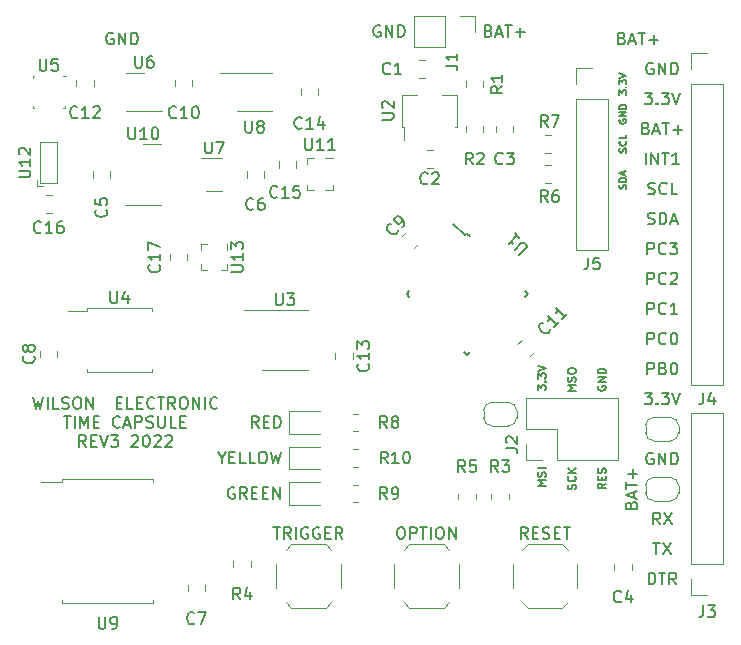
<source format=gbr>
%TF.GenerationSoftware,KiCad,Pcbnew,(6.0.4)*%
%TF.CreationDate,2022-03-20T23:12:24-04:00*%
%TF.ProjectId,main,6d61696e-2e6b-4696-9361-645f70636258,rev?*%
%TF.SameCoordinates,Original*%
%TF.FileFunction,Legend,Top*%
%TF.FilePolarity,Positive*%
%FSLAX46Y46*%
G04 Gerber Fmt 4.6, Leading zero omitted, Abs format (unit mm)*
G04 Created by KiCad (PCBNEW (6.0.4)) date 2022-03-20 23:12:24*
%MOMM*%
%LPD*%
G01*
G04 APERTURE LIST*
%ADD10C,0.150000*%
%ADD11C,0.120000*%
%ADD12C,0.100000*%
G04 APERTURE END LIST*
D10*
X153701904Y-67762380D02*
X153701904Y-66762380D01*
X154082857Y-66762380D01*
X154178095Y-66810000D01*
X154225714Y-66857619D01*
X154273333Y-66952857D01*
X154273333Y-67095714D01*
X154225714Y-67190952D01*
X154178095Y-67238571D01*
X154082857Y-67286190D01*
X153701904Y-67286190D01*
X155273333Y-67667142D02*
X155225714Y-67714761D01*
X155082857Y-67762380D01*
X154987619Y-67762380D01*
X154844761Y-67714761D01*
X154749523Y-67619523D01*
X154701904Y-67524285D01*
X154654285Y-67333809D01*
X154654285Y-67190952D01*
X154701904Y-67000476D01*
X154749523Y-66905238D01*
X154844761Y-66810000D01*
X154987619Y-66762380D01*
X155082857Y-66762380D01*
X155225714Y-66810000D01*
X155273333Y-66857619D01*
X155606666Y-66762380D02*
X156225714Y-66762380D01*
X155892380Y-67143333D01*
X156035238Y-67143333D01*
X156130476Y-67190952D01*
X156178095Y-67238571D01*
X156225714Y-67333809D01*
X156225714Y-67571904D01*
X156178095Y-67667142D01*
X156130476Y-67714761D01*
X156035238Y-67762380D01*
X155749523Y-67762380D01*
X155654285Y-67714761D01*
X155606666Y-67667142D01*
X154178095Y-51570000D02*
X154082857Y-51522380D01*
X153940000Y-51522380D01*
X153797142Y-51570000D01*
X153701904Y-51665238D01*
X153654285Y-51760476D01*
X153606666Y-51950952D01*
X153606666Y-52093809D01*
X153654285Y-52284285D01*
X153701904Y-52379523D01*
X153797142Y-52474761D01*
X153940000Y-52522380D01*
X154035238Y-52522380D01*
X154178095Y-52474761D01*
X154225714Y-52427142D01*
X154225714Y-52093809D01*
X154035238Y-52093809D01*
X154654285Y-52522380D02*
X154654285Y-51522380D01*
X155225714Y-52522380D01*
X155225714Y-51522380D01*
X155701904Y-52522380D02*
X155701904Y-51522380D01*
X155940000Y-51522380D01*
X156082857Y-51570000D01*
X156178095Y-51665238D01*
X156225714Y-51760476D01*
X156273333Y-51950952D01*
X156273333Y-52093809D01*
X156225714Y-52284285D01*
X156178095Y-52379523D01*
X156082857Y-52474761D01*
X155940000Y-52522380D01*
X155701904Y-52522380D01*
X152328571Y-88987142D02*
X152376190Y-88844285D01*
X152423809Y-88796666D01*
X152519047Y-88749047D01*
X152661904Y-88749047D01*
X152757142Y-88796666D01*
X152804761Y-88844285D01*
X152852380Y-88939523D01*
X152852380Y-89320476D01*
X151852380Y-89320476D01*
X151852380Y-88987142D01*
X151900000Y-88891904D01*
X151947619Y-88844285D01*
X152042857Y-88796666D01*
X152138095Y-88796666D01*
X152233333Y-88844285D01*
X152280952Y-88891904D01*
X152328571Y-88987142D01*
X152328571Y-89320476D01*
X152566666Y-88368095D02*
X152566666Y-87891904D01*
X152852380Y-88463333D02*
X151852380Y-88130000D01*
X152852380Y-87796666D01*
X151852380Y-87606190D02*
X151852380Y-87034761D01*
X152852380Y-87320476D02*
X151852380Y-87320476D01*
X152471428Y-86701428D02*
X152471428Y-85939523D01*
X152852380Y-86320476D02*
X152090476Y-86320476D01*
X153463809Y-54062380D02*
X154082857Y-54062380D01*
X153749523Y-54443333D01*
X153892380Y-54443333D01*
X153987619Y-54490952D01*
X154035238Y-54538571D01*
X154082857Y-54633809D01*
X154082857Y-54871904D01*
X154035238Y-54967142D01*
X153987619Y-55014761D01*
X153892380Y-55062380D01*
X153606666Y-55062380D01*
X153511428Y-55014761D01*
X153463809Y-54967142D01*
X154511428Y-54967142D02*
X154559047Y-55014761D01*
X154511428Y-55062380D01*
X154463809Y-55014761D01*
X154511428Y-54967142D01*
X154511428Y-55062380D01*
X154892380Y-54062380D02*
X155511428Y-54062380D01*
X155178095Y-54443333D01*
X155320952Y-54443333D01*
X155416190Y-54490952D01*
X155463809Y-54538571D01*
X155511428Y-54633809D01*
X155511428Y-54871904D01*
X155463809Y-54967142D01*
X155416190Y-55014761D01*
X155320952Y-55062380D01*
X155035238Y-55062380D01*
X154940000Y-55014761D01*
X154892380Y-54967142D01*
X155797142Y-54062380D02*
X156130476Y-55062380D01*
X156463809Y-54062380D01*
X153559047Y-60142380D02*
X153559047Y-59142380D01*
X154035238Y-60142380D02*
X154035238Y-59142380D01*
X154606666Y-60142380D01*
X154606666Y-59142380D01*
X154940000Y-59142380D02*
X155511428Y-59142380D01*
X155225714Y-60142380D02*
X155225714Y-59142380D01*
X156368571Y-60142380D02*
X155797142Y-60142380D01*
X156082857Y-60142380D02*
X156082857Y-59142380D01*
X155987619Y-59285238D01*
X155892380Y-59380476D01*
X155797142Y-59428095D01*
X153582857Y-57078571D02*
X153725714Y-57126190D01*
X153773333Y-57173809D01*
X153820952Y-57269047D01*
X153820952Y-57411904D01*
X153773333Y-57507142D01*
X153725714Y-57554761D01*
X153630476Y-57602380D01*
X153249523Y-57602380D01*
X153249523Y-56602380D01*
X153582857Y-56602380D01*
X153678095Y-56650000D01*
X153725714Y-56697619D01*
X153773333Y-56792857D01*
X153773333Y-56888095D01*
X153725714Y-56983333D01*
X153678095Y-57030952D01*
X153582857Y-57078571D01*
X153249523Y-57078571D01*
X154201904Y-57316666D02*
X154678095Y-57316666D01*
X154106666Y-57602380D02*
X154440000Y-56602380D01*
X154773333Y-57602380D01*
X154963809Y-56602380D02*
X155535238Y-56602380D01*
X155249523Y-57602380D02*
X155249523Y-56602380D01*
X155868571Y-57221428D02*
X156630476Y-57221428D01*
X156249523Y-57602380D02*
X156249523Y-56840476D01*
X153797142Y-95702380D02*
X153797142Y-94702380D01*
X154035238Y-94702380D01*
X154178095Y-94750000D01*
X154273333Y-94845238D01*
X154320952Y-94940476D01*
X154368571Y-95130952D01*
X154368571Y-95273809D01*
X154320952Y-95464285D01*
X154273333Y-95559523D01*
X154178095Y-95654761D01*
X154035238Y-95702380D01*
X153797142Y-95702380D01*
X154654285Y-94702380D02*
X155225714Y-94702380D01*
X154940000Y-95702380D02*
X154940000Y-94702380D01*
X156130476Y-95702380D02*
X155797142Y-95226190D01*
X155559047Y-95702380D02*
X155559047Y-94702380D01*
X155940000Y-94702380D01*
X156035238Y-94750000D01*
X156082857Y-94797619D01*
X156130476Y-94892857D01*
X156130476Y-95035714D01*
X156082857Y-95130952D01*
X156035238Y-95178571D01*
X155940000Y-95226190D01*
X155559047Y-95226190D01*
X153701904Y-77922380D02*
X153701904Y-76922380D01*
X154082857Y-76922380D01*
X154178095Y-76970000D01*
X154225714Y-77017619D01*
X154273333Y-77112857D01*
X154273333Y-77255714D01*
X154225714Y-77350952D01*
X154178095Y-77398571D01*
X154082857Y-77446190D01*
X153701904Y-77446190D01*
X155035238Y-77398571D02*
X155178095Y-77446190D01*
X155225714Y-77493809D01*
X155273333Y-77589047D01*
X155273333Y-77731904D01*
X155225714Y-77827142D01*
X155178095Y-77874761D01*
X155082857Y-77922380D01*
X154701904Y-77922380D01*
X154701904Y-76922380D01*
X155035238Y-76922380D01*
X155130476Y-76970000D01*
X155178095Y-77017619D01*
X155225714Y-77112857D01*
X155225714Y-77208095D01*
X155178095Y-77303333D01*
X155130476Y-77350952D01*
X155035238Y-77398571D01*
X154701904Y-77398571D01*
X155892380Y-76922380D02*
X155987619Y-76922380D01*
X156082857Y-76970000D01*
X156130476Y-77017619D01*
X156178095Y-77112857D01*
X156225714Y-77303333D01*
X156225714Y-77541428D01*
X156178095Y-77731904D01*
X156130476Y-77827142D01*
X156082857Y-77874761D01*
X155987619Y-77922380D01*
X155892380Y-77922380D01*
X155797142Y-77874761D01*
X155749523Y-77827142D01*
X155701904Y-77731904D01*
X155654285Y-77541428D01*
X155654285Y-77303333D01*
X155701904Y-77112857D01*
X155749523Y-77017619D01*
X155797142Y-76970000D01*
X155892380Y-76922380D01*
X153701904Y-75382380D02*
X153701904Y-74382380D01*
X154082857Y-74382380D01*
X154178095Y-74430000D01*
X154225714Y-74477619D01*
X154273333Y-74572857D01*
X154273333Y-74715714D01*
X154225714Y-74810952D01*
X154178095Y-74858571D01*
X154082857Y-74906190D01*
X153701904Y-74906190D01*
X155273333Y-75287142D02*
X155225714Y-75334761D01*
X155082857Y-75382380D01*
X154987619Y-75382380D01*
X154844761Y-75334761D01*
X154749523Y-75239523D01*
X154701904Y-75144285D01*
X154654285Y-74953809D01*
X154654285Y-74810952D01*
X154701904Y-74620476D01*
X154749523Y-74525238D01*
X154844761Y-74430000D01*
X154987619Y-74382380D01*
X155082857Y-74382380D01*
X155225714Y-74430000D01*
X155273333Y-74477619D01*
X155892380Y-74382380D02*
X155987619Y-74382380D01*
X156082857Y-74430000D01*
X156130476Y-74477619D01*
X156178095Y-74572857D01*
X156225714Y-74763333D01*
X156225714Y-75001428D01*
X156178095Y-75191904D01*
X156130476Y-75287142D01*
X156082857Y-75334761D01*
X155987619Y-75382380D01*
X155892380Y-75382380D01*
X155797142Y-75334761D01*
X155749523Y-75287142D01*
X155701904Y-75191904D01*
X155654285Y-75001428D01*
X155654285Y-74763333D01*
X155701904Y-74572857D01*
X155749523Y-74477619D01*
X155797142Y-74430000D01*
X155892380Y-74382380D01*
X153701904Y-70302380D02*
X153701904Y-69302380D01*
X154082857Y-69302380D01*
X154178095Y-69350000D01*
X154225714Y-69397619D01*
X154273333Y-69492857D01*
X154273333Y-69635714D01*
X154225714Y-69730952D01*
X154178095Y-69778571D01*
X154082857Y-69826190D01*
X153701904Y-69826190D01*
X155273333Y-70207142D02*
X155225714Y-70254761D01*
X155082857Y-70302380D01*
X154987619Y-70302380D01*
X154844761Y-70254761D01*
X154749523Y-70159523D01*
X154701904Y-70064285D01*
X154654285Y-69873809D01*
X154654285Y-69730952D01*
X154701904Y-69540476D01*
X154749523Y-69445238D01*
X154844761Y-69350000D01*
X154987619Y-69302380D01*
X155082857Y-69302380D01*
X155225714Y-69350000D01*
X155273333Y-69397619D01*
X155654285Y-69397619D02*
X155701904Y-69350000D01*
X155797142Y-69302380D01*
X156035238Y-69302380D01*
X156130476Y-69350000D01*
X156178095Y-69397619D01*
X156225714Y-69492857D01*
X156225714Y-69588095D01*
X156178095Y-69730952D01*
X155606666Y-70302380D01*
X156225714Y-70302380D01*
X153701904Y-72842380D02*
X153701904Y-71842380D01*
X154082857Y-71842380D01*
X154178095Y-71890000D01*
X154225714Y-71937619D01*
X154273333Y-72032857D01*
X154273333Y-72175714D01*
X154225714Y-72270952D01*
X154178095Y-72318571D01*
X154082857Y-72366190D01*
X153701904Y-72366190D01*
X155273333Y-72747142D02*
X155225714Y-72794761D01*
X155082857Y-72842380D01*
X154987619Y-72842380D01*
X154844761Y-72794761D01*
X154749523Y-72699523D01*
X154701904Y-72604285D01*
X154654285Y-72413809D01*
X154654285Y-72270952D01*
X154701904Y-72080476D01*
X154749523Y-71985238D01*
X154844761Y-71890000D01*
X154987619Y-71842380D01*
X155082857Y-71842380D01*
X155225714Y-71890000D01*
X155273333Y-71937619D01*
X156225714Y-72842380D02*
X155654285Y-72842380D01*
X155940000Y-72842380D02*
X155940000Y-71842380D01*
X155844761Y-71985238D01*
X155749523Y-72080476D01*
X155654285Y-72128095D01*
X154178095Y-92162380D02*
X154749523Y-92162380D01*
X154463809Y-93162380D02*
X154463809Y-92162380D01*
X154987619Y-92162380D02*
X155654285Y-93162380D01*
X155654285Y-92162380D02*
X154987619Y-93162380D01*
X154773333Y-90622380D02*
X154440000Y-90146190D01*
X154201904Y-90622380D02*
X154201904Y-89622380D01*
X154582857Y-89622380D01*
X154678095Y-89670000D01*
X154725714Y-89717619D01*
X154773333Y-89812857D01*
X154773333Y-89955714D01*
X154725714Y-90050952D01*
X154678095Y-90098571D01*
X154582857Y-90146190D01*
X154201904Y-90146190D01*
X155106666Y-89622380D02*
X155773333Y-90622380D01*
X155773333Y-89622380D02*
X155106666Y-90622380D01*
X153463809Y-79462380D02*
X154082857Y-79462380D01*
X153749523Y-79843333D01*
X153892380Y-79843333D01*
X153987619Y-79890952D01*
X154035238Y-79938571D01*
X154082857Y-80033809D01*
X154082857Y-80271904D01*
X154035238Y-80367142D01*
X153987619Y-80414761D01*
X153892380Y-80462380D01*
X153606666Y-80462380D01*
X153511428Y-80414761D01*
X153463809Y-80367142D01*
X154511428Y-80367142D02*
X154559047Y-80414761D01*
X154511428Y-80462380D01*
X154463809Y-80414761D01*
X154511428Y-80367142D01*
X154511428Y-80462380D01*
X154892380Y-79462380D02*
X155511428Y-79462380D01*
X155178095Y-79843333D01*
X155320952Y-79843333D01*
X155416190Y-79890952D01*
X155463809Y-79938571D01*
X155511428Y-80033809D01*
X155511428Y-80271904D01*
X155463809Y-80367142D01*
X155416190Y-80414761D01*
X155320952Y-80462380D01*
X155035238Y-80462380D01*
X154940000Y-80414761D01*
X154892380Y-80367142D01*
X155797142Y-79462380D02*
X156130476Y-80462380D01*
X156463809Y-79462380D01*
X154178095Y-84590000D02*
X154082857Y-84542380D01*
X153940000Y-84542380D01*
X153797142Y-84590000D01*
X153701904Y-84685238D01*
X153654285Y-84780476D01*
X153606666Y-84970952D01*
X153606666Y-85113809D01*
X153654285Y-85304285D01*
X153701904Y-85399523D01*
X153797142Y-85494761D01*
X153940000Y-85542380D01*
X154035238Y-85542380D01*
X154178095Y-85494761D01*
X154225714Y-85447142D01*
X154225714Y-85113809D01*
X154035238Y-85113809D01*
X154654285Y-85542380D02*
X154654285Y-84542380D01*
X155225714Y-85542380D01*
X155225714Y-84542380D01*
X155701904Y-85542380D02*
X155701904Y-84542380D01*
X155940000Y-84542380D01*
X156082857Y-84590000D01*
X156178095Y-84685238D01*
X156225714Y-84780476D01*
X156273333Y-84970952D01*
X156273333Y-85113809D01*
X156225714Y-85304285D01*
X156178095Y-85399523D01*
X156082857Y-85494761D01*
X155940000Y-85542380D01*
X155701904Y-85542380D01*
X153725714Y-65174761D02*
X153868571Y-65222380D01*
X154106666Y-65222380D01*
X154201904Y-65174761D01*
X154249523Y-65127142D01*
X154297142Y-65031904D01*
X154297142Y-64936666D01*
X154249523Y-64841428D01*
X154201904Y-64793809D01*
X154106666Y-64746190D01*
X153916190Y-64698571D01*
X153820952Y-64650952D01*
X153773333Y-64603333D01*
X153725714Y-64508095D01*
X153725714Y-64412857D01*
X153773333Y-64317619D01*
X153820952Y-64270000D01*
X153916190Y-64222380D01*
X154154285Y-64222380D01*
X154297142Y-64270000D01*
X154725714Y-65222380D02*
X154725714Y-64222380D01*
X154963809Y-64222380D01*
X155106666Y-64270000D01*
X155201904Y-64365238D01*
X155249523Y-64460476D01*
X155297142Y-64650952D01*
X155297142Y-64793809D01*
X155249523Y-64984285D01*
X155201904Y-65079523D01*
X155106666Y-65174761D01*
X154963809Y-65222380D01*
X154725714Y-65222380D01*
X155678095Y-64936666D02*
X156154285Y-64936666D01*
X155582857Y-65222380D02*
X155916190Y-64222380D01*
X156249523Y-65222380D01*
X153749523Y-62634761D02*
X153892380Y-62682380D01*
X154130476Y-62682380D01*
X154225714Y-62634761D01*
X154273333Y-62587142D01*
X154320952Y-62491904D01*
X154320952Y-62396666D01*
X154273333Y-62301428D01*
X154225714Y-62253809D01*
X154130476Y-62206190D01*
X153940000Y-62158571D01*
X153844761Y-62110952D01*
X153797142Y-62063333D01*
X153749523Y-61968095D01*
X153749523Y-61872857D01*
X153797142Y-61777619D01*
X153844761Y-61730000D01*
X153940000Y-61682380D01*
X154178095Y-61682380D01*
X154320952Y-61730000D01*
X155320952Y-62587142D02*
X155273333Y-62634761D01*
X155130476Y-62682380D01*
X155035238Y-62682380D01*
X154892380Y-62634761D01*
X154797142Y-62539523D01*
X154749523Y-62444285D01*
X154701904Y-62253809D01*
X154701904Y-62110952D01*
X154749523Y-61920476D01*
X154797142Y-61825238D01*
X154892380Y-61730000D01*
X155035238Y-61682380D01*
X155130476Y-61682380D01*
X155273333Y-61730000D01*
X155320952Y-61777619D01*
X156225714Y-62682380D02*
X155749523Y-62682380D01*
X155749523Y-61682380D01*
X149510000Y-78892333D02*
X149476666Y-78959000D01*
X149476666Y-79059000D01*
X149510000Y-79159000D01*
X149576666Y-79225666D01*
X149643333Y-79259000D01*
X149776666Y-79292333D01*
X149876666Y-79292333D01*
X150010000Y-79259000D01*
X150076666Y-79225666D01*
X150143333Y-79159000D01*
X150176666Y-79059000D01*
X150176666Y-78992333D01*
X150143333Y-78892333D01*
X150110000Y-78859000D01*
X149876666Y-78859000D01*
X149876666Y-78992333D01*
X150176666Y-78559000D02*
X149476666Y-78559000D01*
X150176666Y-78159000D01*
X149476666Y-78159000D01*
X150176666Y-77825666D02*
X149476666Y-77825666D01*
X149476666Y-77659000D01*
X149510000Y-77559000D01*
X149576666Y-77492333D01*
X149643333Y-77459000D01*
X149776666Y-77425666D01*
X149876666Y-77425666D01*
X150010000Y-77459000D01*
X150076666Y-77492333D01*
X150143333Y-77559000D01*
X150176666Y-77659000D01*
X150176666Y-77825666D01*
X151880857Y-59134285D02*
X151909428Y-59048571D01*
X151909428Y-58905714D01*
X151880857Y-58848571D01*
X151852285Y-58820000D01*
X151795142Y-58791428D01*
X151738000Y-58791428D01*
X151680857Y-58820000D01*
X151652285Y-58848571D01*
X151623714Y-58905714D01*
X151595142Y-59020000D01*
X151566571Y-59077142D01*
X151538000Y-59105714D01*
X151480857Y-59134285D01*
X151423714Y-59134285D01*
X151366571Y-59105714D01*
X151338000Y-59077142D01*
X151309428Y-59020000D01*
X151309428Y-58877142D01*
X151338000Y-58791428D01*
X151852285Y-58191428D02*
X151880857Y-58220000D01*
X151909428Y-58305714D01*
X151909428Y-58362857D01*
X151880857Y-58448571D01*
X151823714Y-58505714D01*
X151766571Y-58534285D01*
X151652285Y-58562857D01*
X151566571Y-58562857D01*
X151452285Y-58534285D01*
X151395142Y-58505714D01*
X151338000Y-58448571D01*
X151309428Y-58362857D01*
X151309428Y-58305714D01*
X151338000Y-58220000D01*
X151366571Y-58191428D01*
X151909428Y-57648571D02*
X151909428Y-57934285D01*
X151309428Y-57934285D01*
X151309428Y-54225714D02*
X151309428Y-53854285D01*
X151538000Y-54054285D01*
X151538000Y-53968571D01*
X151566571Y-53911428D01*
X151595142Y-53882857D01*
X151652285Y-53854285D01*
X151795142Y-53854285D01*
X151852285Y-53882857D01*
X151880857Y-53911428D01*
X151909428Y-53968571D01*
X151909428Y-54140000D01*
X151880857Y-54197142D01*
X151852285Y-54225714D01*
X151852285Y-53597142D02*
X151880857Y-53568571D01*
X151909428Y-53597142D01*
X151880857Y-53625714D01*
X151852285Y-53597142D01*
X151909428Y-53597142D01*
X151309428Y-53368571D02*
X151309428Y-52997142D01*
X151538000Y-53197142D01*
X151538000Y-53111428D01*
X151566571Y-53054285D01*
X151595142Y-53025714D01*
X151652285Y-52997142D01*
X151795142Y-52997142D01*
X151852285Y-53025714D01*
X151880857Y-53054285D01*
X151909428Y-53111428D01*
X151909428Y-53282857D01*
X151880857Y-53340000D01*
X151852285Y-53368571D01*
X151309428Y-52825714D02*
X151909428Y-52625714D01*
X151309428Y-52425714D01*
X145096666Y-87347333D02*
X144396666Y-87347333D01*
X144896666Y-87114000D01*
X144396666Y-86880666D01*
X145096666Y-86880666D01*
X145063333Y-86580666D02*
X145096666Y-86480666D01*
X145096666Y-86314000D01*
X145063333Y-86247333D01*
X145030000Y-86214000D01*
X144963333Y-86180666D01*
X144896666Y-86180666D01*
X144830000Y-86214000D01*
X144796666Y-86247333D01*
X144763333Y-86314000D01*
X144730000Y-86447333D01*
X144696666Y-86514000D01*
X144663333Y-86547333D01*
X144596666Y-86580666D01*
X144530000Y-86580666D01*
X144463333Y-86547333D01*
X144430000Y-86514000D01*
X144396666Y-86447333D01*
X144396666Y-86280666D01*
X144430000Y-86180666D01*
X145096666Y-85880666D02*
X144396666Y-85880666D01*
X150176666Y-87174333D02*
X149843333Y-87407666D01*
X150176666Y-87574333D02*
X149476666Y-87574333D01*
X149476666Y-87307666D01*
X149510000Y-87241000D01*
X149543333Y-87207666D01*
X149610000Y-87174333D01*
X149710000Y-87174333D01*
X149776666Y-87207666D01*
X149810000Y-87241000D01*
X149843333Y-87307666D01*
X149843333Y-87574333D01*
X149810000Y-86874333D02*
X149810000Y-86641000D01*
X150176666Y-86541000D02*
X150176666Y-86874333D01*
X149476666Y-86874333D01*
X149476666Y-86541000D01*
X150143333Y-86274333D02*
X150176666Y-86174333D01*
X150176666Y-86007666D01*
X150143333Y-85941000D01*
X150110000Y-85907666D01*
X150043333Y-85874333D01*
X149976666Y-85874333D01*
X149910000Y-85907666D01*
X149876666Y-85941000D01*
X149843333Y-86007666D01*
X149810000Y-86141000D01*
X149776666Y-86207666D01*
X149743333Y-86241000D01*
X149676666Y-86274333D01*
X149610000Y-86274333D01*
X149543333Y-86241000D01*
X149510000Y-86207666D01*
X149476666Y-86141000D01*
X149476666Y-85974333D01*
X149510000Y-85874333D01*
X131064285Y-48395000D02*
X130969047Y-48347380D01*
X130826190Y-48347380D01*
X130683333Y-48395000D01*
X130588095Y-48490238D01*
X130540476Y-48585476D01*
X130492857Y-48775952D01*
X130492857Y-48918809D01*
X130540476Y-49109285D01*
X130588095Y-49204523D01*
X130683333Y-49299761D01*
X130826190Y-49347380D01*
X130921428Y-49347380D01*
X131064285Y-49299761D01*
X131111904Y-49252142D01*
X131111904Y-48918809D01*
X130921428Y-48918809D01*
X131540476Y-49347380D02*
X131540476Y-48347380D01*
X132111904Y-49347380D01*
X132111904Y-48347380D01*
X132588095Y-49347380D02*
X132588095Y-48347380D01*
X132826190Y-48347380D01*
X132969047Y-48395000D01*
X133064285Y-48490238D01*
X133111904Y-48585476D01*
X133159523Y-48775952D01*
X133159523Y-48918809D01*
X133111904Y-49109285D01*
X133064285Y-49204523D01*
X132969047Y-49299761D01*
X132826190Y-49347380D01*
X132588095Y-49347380D01*
X144396666Y-79265333D02*
X144396666Y-78832000D01*
X144663333Y-79065333D01*
X144663333Y-78965333D01*
X144696666Y-78898666D01*
X144730000Y-78865333D01*
X144796666Y-78832000D01*
X144963333Y-78832000D01*
X145030000Y-78865333D01*
X145063333Y-78898666D01*
X145096666Y-78965333D01*
X145096666Y-79165333D01*
X145063333Y-79232000D01*
X145030000Y-79265333D01*
X145030000Y-78532000D02*
X145063333Y-78498666D01*
X145096666Y-78532000D01*
X145063333Y-78565333D01*
X145030000Y-78532000D01*
X145096666Y-78532000D01*
X144396666Y-78265333D02*
X144396666Y-77832000D01*
X144663333Y-78065333D01*
X144663333Y-77965333D01*
X144696666Y-77898666D01*
X144730000Y-77865333D01*
X144796666Y-77832000D01*
X144963333Y-77832000D01*
X145030000Y-77865333D01*
X145063333Y-77898666D01*
X145096666Y-77965333D01*
X145096666Y-78165333D01*
X145063333Y-78232000D01*
X145030000Y-78265333D01*
X144396666Y-77632000D02*
X145096666Y-77398666D01*
X144396666Y-77165333D01*
X151550857Y-49458571D02*
X151693714Y-49506190D01*
X151741333Y-49553809D01*
X151788952Y-49649047D01*
X151788952Y-49791904D01*
X151741333Y-49887142D01*
X151693714Y-49934761D01*
X151598476Y-49982380D01*
X151217523Y-49982380D01*
X151217523Y-48982380D01*
X151550857Y-48982380D01*
X151646095Y-49030000D01*
X151693714Y-49077619D01*
X151741333Y-49172857D01*
X151741333Y-49268095D01*
X151693714Y-49363333D01*
X151646095Y-49410952D01*
X151550857Y-49458571D01*
X151217523Y-49458571D01*
X152169904Y-49696666D02*
X152646095Y-49696666D01*
X152074666Y-49982380D02*
X152408000Y-48982380D01*
X152741333Y-49982380D01*
X152931809Y-48982380D02*
X153503238Y-48982380D01*
X153217523Y-49982380D02*
X153217523Y-48982380D01*
X153836571Y-49601428D02*
X154598476Y-49601428D01*
X154217523Y-49982380D02*
X154217523Y-49220476D01*
X101666666Y-79842380D02*
X101904761Y-80842380D01*
X102095238Y-80128095D01*
X102285714Y-80842380D01*
X102523809Y-79842380D01*
X102904761Y-80842380D02*
X102904761Y-79842380D01*
X103857142Y-80842380D02*
X103380952Y-80842380D01*
X103380952Y-79842380D01*
X104142857Y-80794761D02*
X104285714Y-80842380D01*
X104523809Y-80842380D01*
X104619047Y-80794761D01*
X104666666Y-80747142D01*
X104714285Y-80651904D01*
X104714285Y-80556666D01*
X104666666Y-80461428D01*
X104619047Y-80413809D01*
X104523809Y-80366190D01*
X104333333Y-80318571D01*
X104238095Y-80270952D01*
X104190476Y-80223333D01*
X104142857Y-80128095D01*
X104142857Y-80032857D01*
X104190476Y-79937619D01*
X104238095Y-79890000D01*
X104333333Y-79842380D01*
X104571428Y-79842380D01*
X104714285Y-79890000D01*
X105333333Y-79842380D02*
X105523809Y-79842380D01*
X105619047Y-79890000D01*
X105714285Y-79985238D01*
X105761904Y-80175714D01*
X105761904Y-80509047D01*
X105714285Y-80699523D01*
X105619047Y-80794761D01*
X105523809Y-80842380D01*
X105333333Y-80842380D01*
X105238095Y-80794761D01*
X105142857Y-80699523D01*
X105095238Y-80509047D01*
X105095238Y-80175714D01*
X105142857Y-79985238D01*
X105238095Y-79890000D01*
X105333333Y-79842380D01*
X106190476Y-80842380D02*
X106190476Y-79842380D01*
X106761904Y-80842380D01*
X106761904Y-79842380D01*
X108761904Y-80318571D02*
X109095238Y-80318571D01*
X109238095Y-80842380D02*
X108761904Y-80842380D01*
X108761904Y-79842380D01*
X109238095Y-79842380D01*
X110142857Y-80842380D02*
X109666666Y-80842380D01*
X109666666Y-79842380D01*
X110476190Y-80318571D02*
X110809523Y-80318571D01*
X110952380Y-80842380D02*
X110476190Y-80842380D01*
X110476190Y-79842380D01*
X110952380Y-79842380D01*
X111952380Y-80747142D02*
X111904761Y-80794761D01*
X111761904Y-80842380D01*
X111666666Y-80842380D01*
X111523809Y-80794761D01*
X111428571Y-80699523D01*
X111380952Y-80604285D01*
X111333333Y-80413809D01*
X111333333Y-80270952D01*
X111380952Y-80080476D01*
X111428571Y-79985238D01*
X111523809Y-79890000D01*
X111666666Y-79842380D01*
X111761904Y-79842380D01*
X111904761Y-79890000D01*
X111952380Y-79937619D01*
X112238095Y-79842380D02*
X112809523Y-79842380D01*
X112523809Y-80842380D02*
X112523809Y-79842380D01*
X113714285Y-80842380D02*
X113380952Y-80366190D01*
X113142857Y-80842380D02*
X113142857Y-79842380D01*
X113523809Y-79842380D01*
X113619047Y-79890000D01*
X113666666Y-79937619D01*
X113714285Y-80032857D01*
X113714285Y-80175714D01*
X113666666Y-80270952D01*
X113619047Y-80318571D01*
X113523809Y-80366190D01*
X113142857Y-80366190D01*
X114333333Y-79842380D02*
X114523809Y-79842380D01*
X114619047Y-79890000D01*
X114714285Y-79985238D01*
X114761904Y-80175714D01*
X114761904Y-80509047D01*
X114714285Y-80699523D01*
X114619047Y-80794761D01*
X114523809Y-80842380D01*
X114333333Y-80842380D01*
X114238095Y-80794761D01*
X114142857Y-80699523D01*
X114095238Y-80509047D01*
X114095238Y-80175714D01*
X114142857Y-79985238D01*
X114238095Y-79890000D01*
X114333333Y-79842380D01*
X115190476Y-80842380D02*
X115190476Y-79842380D01*
X115761904Y-80842380D01*
X115761904Y-79842380D01*
X116238095Y-80842380D02*
X116238095Y-79842380D01*
X117285714Y-80747142D02*
X117238095Y-80794761D01*
X117095238Y-80842380D01*
X117000000Y-80842380D01*
X116857142Y-80794761D01*
X116761904Y-80699523D01*
X116714285Y-80604285D01*
X116666666Y-80413809D01*
X116666666Y-80270952D01*
X116714285Y-80080476D01*
X116761904Y-79985238D01*
X116857142Y-79890000D01*
X117000000Y-79842380D01*
X117095238Y-79842380D01*
X117238095Y-79890000D01*
X117285714Y-79937619D01*
X104285714Y-81452380D02*
X104857142Y-81452380D01*
X104571428Y-82452380D02*
X104571428Y-81452380D01*
X105190476Y-82452380D02*
X105190476Y-81452380D01*
X105666666Y-82452380D02*
X105666666Y-81452380D01*
X106000000Y-82166666D01*
X106333333Y-81452380D01*
X106333333Y-82452380D01*
X106809523Y-81928571D02*
X107142857Y-81928571D01*
X107285714Y-82452380D02*
X106809523Y-82452380D01*
X106809523Y-81452380D01*
X107285714Y-81452380D01*
X109047619Y-82357142D02*
X109000000Y-82404761D01*
X108857142Y-82452380D01*
X108761904Y-82452380D01*
X108619047Y-82404761D01*
X108523809Y-82309523D01*
X108476190Y-82214285D01*
X108428571Y-82023809D01*
X108428571Y-81880952D01*
X108476190Y-81690476D01*
X108523809Y-81595238D01*
X108619047Y-81500000D01*
X108761904Y-81452380D01*
X108857142Y-81452380D01*
X109000000Y-81500000D01*
X109047619Y-81547619D01*
X109428571Y-82166666D02*
X109904761Y-82166666D01*
X109333333Y-82452380D02*
X109666666Y-81452380D01*
X110000000Y-82452380D01*
X110333333Y-82452380D02*
X110333333Y-81452380D01*
X110714285Y-81452380D01*
X110809523Y-81500000D01*
X110857142Y-81547619D01*
X110904761Y-81642857D01*
X110904761Y-81785714D01*
X110857142Y-81880952D01*
X110809523Y-81928571D01*
X110714285Y-81976190D01*
X110333333Y-81976190D01*
X111285714Y-82404761D02*
X111428571Y-82452380D01*
X111666666Y-82452380D01*
X111761904Y-82404761D01*
X111809523Y-82357142D01*
X111857142Y-82261904D01*
X111857142Y-82166666D01*
X111809523Y-82071428D01*
X111761904Y-82023809D01*
X111666666Y-81976190D01*
X111476190Y-81928571D01*
X111380952Y-81880952D01*
X111333333Y-81833333D01*
X111285714Y-81738095D01*
X111285714Y-81642857D01*
X111333333Y-81547619D01*
X111380952Y-81500000D01*
X111476190Y-81452380D01*
X111714285Y-81452380D01*
X111857142Y-81500000D01*
X112285714Y-81452380D02*
X112285714Y-82261904D01*
X112333333Y-82357142D01*
X112380952Y-82404761D01*
X112476190Y-82452380D01*
X112666666Y-82452380D01*
X112761904Y-82404761D01*
X112809523Y-82357142D01*
X112857142Y-82261904D01*
X112857142Y-81452380D01*
X113809523Y-82452380D02*
X113333333Y-82452380D01*
X113333333Y-81452380D01*
X114142857Y-81928571D02*
X114476190Y-81928571D01*
X114619047Y-82452380D02*
X114142857Y-82452380D01*
X114142857Y-81452380D01*
X114619047Y-81452380D01*
X106166666Y-84062380D02*
X105833333Y-83586190D01*
X105595238Y-84062380D02*
X105595238Y-83062380D01*
X105976190Y-83062380D01*
X106071428Y-83110000D01*
X106119047Y-83157619D01*
X106166666Y-83252857D01*
X106166666Y-83395714D01*
X106119047Y-83490952D01*
X106071428Y-83538571D01*
X105976190Y-83586190D01*
X105595238Y-83586190D01*
X106595238Y-83538571D02*
X106928571Y-83538571D01*
X107071428Y-84062380D02*
X106595238Y-84062380D01*
X106595238Y-83062380D01*
X107071428Y-83062380D01*
X107357142Y-83062380D02*
X107690476Y-84062380D01*
X108023809Y-83062380D01*
X108261904Y-83062380D02*
X108880952Y-83062380D01*
X108547619Y-83443333D01*
X108690476Y-83443333D01*
X108785714Y-83490952D01*
X108833333Y-83538571D01*
X108880952Y-83633809D01*
X108880952Y-83871904D01*
X108833333Y-83967142D01*
X108785714Y-84014761D01*
X108690476Y-84062380D01*
X108404761Y-84062380D01*
X108309523Y-84014761D01*
X108261904Y-83967142D01*
X110023809Y-83157619D02*
X110071428Y-83110000D01*
X110166666Y-83062380D01*
X110404761Y-83062380D01*
X110500000Y-83110000D01*
X110547619Y-83157619D01*
X110595238Y-83252857D01*
X110595238Y-83348095D01*
X110547619Y-83490952D01*
X109976190Y-84062380D01*
X110595238Y-84062380D01*
X111214285Y-83062380D02*
X111309523Y-83062380D01*
X111404761Y-83110000D01*
X111452380Y-83157619D01*
X111500000Y-83252857D01*
X111547619Y-83443333D01*
X111547619Y-83681428D01*
X111500000Y-83871904D01*
X111452380Y-83967142D01*
X111404761Y-84014761D01*
X111309523Y-84062380D01*
X111214285Y-84062380D01*
X111119047Y-84014761D01*
X111071428Y-83967142D01*
X111023809Y-83871904D01*
X110976190Y-83681428D01*
X110976190Y-83443333D01*
X111023809Y-83252857D01*
X111071428Y-83157619D01*
X111119047Y-83110000D01*
X111214285Y-83062380D01*
X111928571Y-83157619D02*
X111976190Y-83110000D01*
X112071428Y-83062380D01*
X112309523Y-83062380D01*
X112404761Y-83110000D01*
X112452380Y-83157619D01*
X112500000Y-83252857D01*
X112500000Y-83348095D01*
X112452380Y-83490952D01*
X111880952Y-84062380D01*
X112500000Y-84062380D01*
X112880952Y-83157619D02*
X112928571Y-83110000D01*
X113023809Y-83062380D01*
X113261904Y-83062380D01*
X113357142Y-83110000D01*
X113404761Y-83157619D01*
X113452380Y-83252857D01*
X113452380Y-83348095D01*
X113404761Y-83490952D01*
X112833333Y-84062380D01*
X113452380Y-84062380D01*
X151338000Y-56337142D02*
X151309428Y-56394285D01*
X151309428Y-56480000D01*
X151338000Y-56565714D01*
X151395142Y-56622857D01*
X151452285Y-56651428D01*
X151566571Y-56680000D01*
X151652285Y-56680000D01*
X151766571Y-56651428D01*
X151823714Y-56622857D01*
X151880857Y-56565714D01*
X151909428Y-56480000D01*
X151909428Y-56422857D01*
X151880857Y-56337142D01*
X151852285Y-56308571D01*
X151652285Y-56308571D01*
X151652285Y-56422857D01*
X151909428Y-56051428D02*
X151309428Y-56051428D01*
X151909428Y-55708571D01*
X151309428Y-55708571D01*
X151909428Y-55422857D02*
X151309428Y-55422857D01*
X151309428Y-55280000D01*
X151338000Y-55194285D01*
X151395142Y-55137142D01*
X151452285Y-55108571D01*
X151566571Y-55080000D01*
X151652285Y-55080000D01*
X151766571Y-55108571D01*
X151823714Y-55137142D01*
X151880857Y-55194285D01*
X151909428Y-55280000D01*
X151909428Y-55422857D01*
X140247857Y-48823571D02*
X140390714Y-48871190D01*
X140438333Y-48918809D01*
X140485952Y-49014047D01*
X140485952Y-49156904D01*
X140438333Y-49252142D01*
X140390714Y-49299761D01*
X140295476Y-49347380D01*
X139914523Y-49347380D01*
X139914523Y-48347380D01*
X140247857Y-48347380D01*
X140343095Y-48395000D01*
X140390714Y-48442619D01*
X140438333Y-48537857D01*
X140438333Y-48633095D01*
X140390714Y-48728333D01*
X140343095Y-48775952D01*
X140247857Y-48823571D01*
X139914523Y-48823571D01*
X140866904Y-49061666D02*
X141343095Y-49061666D01*
X140771666Y-49347380D02*
X141105000Y-48347380D01*
X141438333Y-49347380D01*
X141628809Y-48347380D02*
X142200238Y-48347380D01*
X141914523Y-49347380D02*
X141914523Y-48347380D01*
X142533571Y-48966428D02*
X143295476Y-48966428D01*
X142914523Y-49347380D02*
X142914523Y-48585476D01*
X151880857Y-62196571D02*
X151909428Y-62110857D01*
X151909428Y-61968000D01*
X151880857Y-61910857D01*
X151852285Y-61882285D01*
X151795142Y-61853714D01*
X151738000Y-61853714D01*
X151680857Y-61882285D01*
X151652285Y-61910857D01*
X151623714Y-61968000D01*
X151595142Y-62082285D01*
X151566571Y-62139428D01*
X151538000Y-62168000D01*
X151480857Y-62196571D01*
X151423714Y-62196571D01*
X151366571Y-62168000D01*
X151338000Y-62139428D01*
X151309428Y-62082285D01*
X151309428Y-61939428D01*
X151338000Y-61853714D01*
X151909428Y-61596571D02*
X151309428Y-61596571D01*
X151309428Y-61453714D01*
X151338000Y-61368000D01*
X151395142Y-61310857D01*
X151452285Y-61282285D01*
X151566571Y-61253714D01*
X151652285Y-61253714D01*
X151766571Y-61282285D01*
X151823714Y-61310857D01*
X151880857Y-61368000D01*
X151909428Y-61453714D01*
X151909428Y-61596571D01*
X151738000Y-61025142D02*
X151738000Y-60739428D01*
X151909428Y-61082285D02*
X151309428Y-60882285D01*
X151909428Y-60682285D01*
X108458285Y-49030000D02*
X108363047Y-48982380D01*
X108220190Y-48982380D01*
X108077333Y-49030000D01*
X107982095Y-49125238D01*
X107934476Y-49220476D01*
X107886857Y-49410952D01*
X107886857Y-49553809D01*
X107934476Y-49744285D01*
X107982095Y-49839523D01*
X108077333Y-49934761D01*
X108220190Y-49982380D01*
X108315428Y-49982380D01*
X108458285Y-49934761D01*
X108505904Y-49887142D01*
X108505904Y-49553809D01*
X108315428Y-49553809D01*
X108934476Y-49982380D02*
X108934476Y-48982380D01*
X109505904Y-49982380D01*
X109505904Y-48982380D01*
X109982095Y-49982380D02*
X109982095Y-48982380D01*
X110220190Y-48982380D01*
X110363047Y-49030000D01*
X110458285Y-49125238D01*
X110505904Y-49220476D01*
X110553523Y-49410952D01*
X110553523Y-49553809D01*
X110505904Y-49744285D01*
X110458285Y-49839523D01*
X110363047Y-49934761D01*
X110220190Y-49982380D01*
X109982095Y-49982380D01*
X147603333Y-87641000D02*
X147636666Y-87541000D01*
X147636666Y-87374333D01*
X147603333Y-87307666D01*
X147570000Y-87274333D01*
X147503333Y-87241000D01*
X147436666Y-87241000D01*
X147370000Y-87274333D01*
X147336666Y-87307666D01*
X147303333Y-87374333D01*
X147270000Y-87507666D01*
X147236666Y-87574333D01*
X147203333Y-87607666D01*
X147136666Y-87641000D01*
X147070000Y-87641000D01*
X147003333Y-87607666D01*
X146970000Y-87574333D01*
X146936666Y-87507666D01*
X146936666Y-87341000D01*
X146970000Y-87241000D01*
X147570000Y-86541000D02*
X147603333Y-86574333D01*
X147636666Y-86674333D01*
X147636666Y-86741000D01*
X147603333Y-86841000D01*
X147536666Y-86907666D01*
X147470000Y-86941000D01*
X147336666Y-86974333D01*
X147236666Y-86974333D01*
X147103333Y-86941000D01*
X147036666Y-86907666D01*
X146970000Y-86841000D01*
X146936666Y-86741000D01*
X146936666Y-86674333D01*
X146970000Y-86574333D01*
X147003333Y-86541000D01*
X147636666Y-86241000D02*
X146936666Y-86241000D01*
X147636666Y-85841000D02*
X147236666Y-86141000D01*
X146936666Y-85841000D02*
X147336666Y-86241000D01*
X147636666Y-79292333D02*
X146936666Y-79292333D01*
X147436666Y-79059000D01*
X146936666Y-78825666D01*
X147636666Y-78825666D01*
X147603333Y-78525666D02*
X147636666Y-78425666D01*
X147636666Y-78259000D01*
X147603333Y-78192333D01*
X147570000Y-78159000D01*
X147503333Y-78125666D01*
X147436666Y-78125666D01*
X147370000Y-78159000D01*
X147336666Y-78192333D01*
X147303333Y-78259000D01*
X147270000Y-78392333D01*
X147236666Y-78459000D01*
X147203333Y-78492333D01*
X147136666Y-78525666D01*
X147070000Y-78525666D01*
X147003333Y-78492333D01*
X146970000Y-78459000D01*
X146936666Y-78392333D01*
X146936666Y-78225666D01*
X146970000Y-78125666D01*
X146936666Y-77692333D02*
X146936666Y-77559000D01*
X146970000Y-77492333D01*
X147036666Y-77425666D01*
X147170000Y-77392333D01*
X147403333Y-77392333D01*
X147536666Y-77425666D01*
X147603333Y-77492333D01*
X147636666Y-77559000D01*
X147636666Y-77692333D01*
X147603333Y-77759000D01*
X147536666Y-77825666D01*
X147403333Y-77859000D01*
X147170000Y-77859000D01*
X147036666Y-77825666D01*
X146970000Y-77759000D01*
X146936666Y-77692333D01*
%TO.C,C1*%
X131913333Y-52427142D02*
X131865714Y-52474761D01*
X131722857Y-52522380D01*
X131627619Y-52522380D01*
X131484761Y-52474761D01*
X131389523Y-52379523D01*
X131341904Y-52284285D01*
X131294285Y-52093809D01*
X131294285Y-51950952D01*
X131341904Y-51760476D01*
X131389523Y-51665238D01*
X131484761Y-51570000D01*
X131627619Y-51522380D01*
X131722857Y-51522380D01*
X131865714Y-51570000D01*
X131913333Y-51617619D01*
X132865714Y-52522380D02*
X132294285Y-52522380D01*
X132580000Y-52522380D02*
X132580000Y-51522380D01*
X132484761Y-51665238D01*
X132389523Y-51760476D01*
X132294285Y-51808095D01*
%TO.C,C2*%
X135088333Y-61727142D02*
X135040714Y-61774761D01*
X134897857Y-61822380D01*
X134802619Y-61822380D01*
X134659761Y-61774761D01*
X134564523Y-61679523D01*
X134516904Y-61584285D01*
X134469285Y-61393809D01*
X134469285Y-61250952D01*
X134516904Y-61060476D01*
X134564523Y-60965238D01*
X134659761Y-60870000D01*
X134802619Y-60822380D01*
X134897857Y-60822380D01*
X135040714Y-60870000D01*
X135088333Y-60917619D01*
X135469285Y-60917619D02*
X135516904Y-60870000D01*
X135612142Y-60822380D01*
X135850238Y-60822380D01*
X135945476Y-60870000D01*
X135993095Y-60917619D01*
X136040714Y-61012857D01*
X136040714Y-61108095D01*
X135993095Y-61250952D01*
X135421666Y-61822380D01*
X136040714Y-61822380D01*
%TO.C,D1*%
X120769142Y-82452380D02*
X120435809Y-81976190D01*
X120197714Y-82452380D02*
X120197714Y-81452380D01*
X120578666Y-81452380D01*
X120673904Y-81500000D01*
X120721523Y-81547619D01*
X120769142Y-81642857D01*
X120769142Y-81785714D01*
X120721523Y-81880952D01*
X120673904Y-81928571D01*
X120578666Y-81976190D01*
X120197714Y-81976190D01*
X121197714Y-81928571D02*
X121531047Y-81928571D01*
X121673904Y-82452380D02*
X121197714Y-82452380D01*
X121197714Y-81452380D01*
X121673904Y-81452380D01*
X122102476Y-82452380D02*
X122102476Y-81452380D01*
X122340571Y-81452380D01*
X122483428Y-81500000D01*
X122578666Y-81595238D01*
X122626285Y-81690476D01*
X122673904Y-81880952D01*
X122673904Y-82023809D01*
X122626285Y-82214285D01*
X122578666Y-82309523D01*
X122483428Y-82404761D01*
X122340571Y-82452380D01*
X122102476Y-82452380D01*
%TO.C,U1*%
X142859518Y-67767977D02*
X143431938Y-67195557D01*
X143465610Y-67094542D01*
X143465610Y-67027198D01*
X143431938Y-66926183D01*
X143297251Y-66791496D01*
X143196236Y-66757824D01*
X143128892Y-66757824D01*
X143027877Y-66791496D01*
X142455457Y-67363916D01*
X142455457Y-65949702D02*
X142859518Y-66353763D01*
X142657488Y-66151733D02*
X141950381Y-66858839D01*
X142118740Y-66825168D01*
X142253427Y-66825168D01*
X142354442Y-66858839D01*
%TO.C,U2*%
X131207380Y-56341904D02*
X132016904Y-56341904D01*
X132112142Y-56294285D01*
X132159761Y-56246666D01*
X132207380Y-56151428D01*
X132207380Y-55960952D01*
X132159761Y-55865714D01*
X132112142Y-55818095D01*
X132016904Y-55770476D01*
X131207380Y-55770476D01*
X131302619Y-55341904D02*
X131255000Y-55294285D01*
X131207380Y-55199047D01*
X131207380Y-54960952D01*
X131255000Y-54865714D01*
X131302619Y-54818095D01*
X131397857Y-54770476D01*
X131493095Y-54770476D01*
X131635952Y-54818095D01*
X132207380Y-55389523D01*
X132207380Y-54770476D01*
%TO.C,U3*%
X122238095Y-71052380D02*
X122238095Y-71861904D01*
X122285714Y-71957142D01*
X122333333Y-72004761D01*
X122428571Y-72052380D01*
X122619047Y-72052380D01*
X122714285Y-72004761D01*
X122761904Y-71957142D01*
X122809523Y-71861904D01*
X122809523Y-71052380D01*
X123190476Y-71052380D02*
X123809523Y-71052380D01*
X123476190Y-71433333D01*
X123619047Y-71433333D01*
X123714285Y-71480952D01*
X123761904Y-71528571D01*
X123809523Y-71623809D01*
X123809523Y-71861904D01*
X123761904Y-71957142D01*
X123714285Y-72004761D01*
X123619047Y-72052380D01*
X123333333Y-72052380D01*
X123238095Y-72004761D01*
X123190476Y-71957142D01*
%TO.C,U4*%
X108238095Y-70892380D02*
X108238095Y-71701904D01*
X108285714Y-71797142D01*
X108333333Y-71844761D01*
X108428571Y-71892380D01*
X108619047Y-71892380D01*
X108714285Y-71844761D01*
X108761904Y-71797142D01*
X108809523Y-71701904D01*
X108809523Y-70892380D01*
X109714285Y-71225714D02*
X109714285Y-71892380D01*
X109476190Y-70844761D02*
X109238095Y-71559047D01*
X109857142Y-71559047D01*
%TO.C,R1*%
X141422380Y-53506666D02*
X140946190Y-53840000D01*
X141422380Y-54078095D02*
X140422380Y-54078095D01*
X140422380Y-53697142D01*
X140470000Y-53601904D01*
X140517619Y-53554285D01*
X140612857Y-53506666D01*
X140755714Y-53506666D01*
X140850952Y-53554285D01*
X140898571Y-53601904D01*
X140946190Y-53697142D01*
X140946190Y-54078095D01*
X141422380Y-52554285D02*
X141422380Y-53125714D01*
X141422380Y-52840000D02*
X140422380Y-52840000D01*
X140565238Y-52935238D01*
X140660476Y-53030476D01*
X140708095Y-53125714D01*
%TO.C,J1*%
X136612380Y-51768333D02*
X137326666Y-51768333D01*
X137469523Y-51815952D01*
X137564761Y-51911190D01*
X137612380Y-52054047D01*
X137612380Y-52149285D01*
X137612380Y-50768333D02*
X137612380Y-51339761D01*
X137612380Y-51054047D02*
X136612380Y-51054047D01*
X136755238Y-51149285D01*
X136850476Y-51244523D01*
X136898095Y-51339761D01*
%TO.C,U5*%
X102238095Y-51202380D02*
X102238095Y-52011904D01*
X102285714Y-52107142D01*
X102333333Y-52154761D01*
X102428571Y-52202380D01*
X102619047Y-52202380D01*
X102714285Y-52154761D01*
X102761904Y-52107142D01*
X102809523Y-52011904D01*
X102809523Y-51202380D01*
X103761904Y-51202380D02*
X103285714Y-51202380D01*
X103238095Y-51678571D01*
X103285714Y-51630952D01*
X103380952Y-51583333D01*
X103619047Y-51583333D01*
X103714285Y-51630952D01*
X103761904Y-51678571D01*
X103809523Y-51773809D01*
X103809523Y-52011904D01*
X103761904Y-52107142D01*
X103714285Y-52154761D01*
X103619047Y-52202380D01*
X103380952Y-52202380D01*
X103285714Y-52154761D01*
X103238095Y-52107142D01*
%TO.C,U6*%
X110315095Y-50952380D02*
X110315095Y-51761904D01*
X110362714Y-51857142D01*
X110410333Y-51904761D01*
X110505571Y-51952380D01*
X110696047Y-51952380D01*
X110791285Y-51904761D01*
X110838904Y-51857142D01*
X110886523Y-51761904D01*
X110886523Y-50952380D01*
X111791285Y-50952380D02*
X111600809Y-50952380D01*
X111505571Y-51000000D01*
X111457952Y-51047619D01*
X111362714Y-51190476D01*
X111315095Y-51380952D01*
X111315095Y-51761904D01*
X111362714Y-51857142D01*
X111410333Y-51904761D01*
X111505571Y-51952380D01*
X111696047Y-51952380D01*
X111791285Y-51904761D01*
X111838904Y-51857142D01*
X111886523Y-51761904D01*
X111886523Y-51523809D01*
X111838904Y-51428571D01*
X111791285Y-51380952D01*
X111696047Y-51333333D01*
X111505571Y-51333333D01*
X111410333Y-51380952D01*
X111362714Y-51428571D01*
X111315095Y-51523809D01*
%TO.C,SW1*%
X143547619Y-91852380D02*
X143214285Y-91376190D01*
X142976190Y-91852380D02*
X142976190Y-90852380D01*
X143357142Y-90852380D01*
X143452380Y-90900000D01*
X143500000Y-90947619D01*
X143547619Y-91042857D01*
X143547619Y-91185714D01*
X143500000Y-91280952D01*
X143452380Y-91328571D01*
X143357142Y-91376190D01*
X142976190Y-91376190D01*
X143976190Y-91328571D02*
X144309523Y-91328571D01*
X144452380Y-91852380D02*
X143976190Y-91852380D01*
X143976190Y-90852380D01*
X144452380Y-90852380D01*
X144833333Y-91804761D02*
X144976190Y-91852380D01*
X145214285Y-91852380D01*
X145309523Y-91804761D01*
X145357142Y-91757142D01*
X145404761Y-91661904D01*
X145404761Y-91566666D01*
X145357142Y-91471428D01*
X145309523Y-91423809D01*
X145214285Y-91376190D01*
X145023809Y-91328571D01*
X144928571Y-91280952D01*
X144880952Y-91233333D01*
X144833333Y-91138095D01*
X144833333Y-91042857D01*
X144880952Y-90947619D01*
X144928571Y-90900000D01*
X145023809Y-90852380D01*
X145261904Y-90852380D01*
X145404761Y-90900000D01*
X145833333Y-91328571D02*
X146166666Y-91328571D01*
X146309523Y-91852380D02*
X145833333Y-91852380D01*
X145833333Y-90852380D01*
X146309523Y-90852380D01*
X146595238Y-90852380D02*
X147166666Y-90852380D01*
X146880952Y-91852380D02*
X146880952Y-90852380D01*
%TO.C,U7*%
X116238095Y-58202380D02*
X116238095Y-59011904D01*
X116285714Y-59107142D01*
X116333333Y-59154761D01*
X116428571Y-59202380D01*
X116619047Y-59202380D01*
X116714285Y-59154761D01*
X116761904Y-59107142D01*
X116809523Y-59011904D01*
X116809523Y-58202380D01*
X117190476Y-58202380D02*
X117857142Y-58202380D01*
X117428571Y-59202380D01*
%TO.C,U8*%
X119648095Y-56452380D02*
X119648095Y-57261904D01*
X119695714Y-57357142D01*
X119743333Y-57404761D01*
X119838571Y-57452380D01*
X120029047Y-57452380D01*
X120124285Y-57404761D01*
X120171904Y-57357142D01*
X120219523Y-57261904D01*
X120219523Y-56452380D01*
X120838571Y-56880952D02*
X120743333Y-56833333D01*
X120695714Y-56785714D01*
X120648095Y-56690476D01*
X120648095Y-56642857D01*
X120695714Y-56547619D01*
X120743333Y-56500000D01*
X120838571Y-56452380D01*
X121029047Y-56452380D01*
X121124285Y-56500000D01*
X121171904Y-56547619D01*
X121219523Y-56642857D01*
X121219523Y-56690476D01*
X121171904Y-56785714D01*
X121124285Y-56833333D01*
X121029047Y-56880952D01*
X120838571Y-56880952D01*
X120743333Y-56928571D01*
X120695714Y-56976190D01*
X120648095Y-57071428D01*
X120648095Y-57261904D01*
X120695714Y-57357142D01*
X120743333Y-57404761D01*
X120838571Y-57452380D01*
X121029047Y-57452380D01*
X121124285Y-57404761D01*
X121171904Y-57357142D01*
X121219523Y-57261904D01*
X121219523Y-57071428D01*
X121171904Y-56976190D01*
X121124285Y-56928571D01*
X121029047Y-56880952D01*
%TO.C,C3*%
X141438333Y-60047142D02*
X141390714Y-60094761D01*
X141247857Y-60142380D01*
X141152619Y-60142380D01*
X141009761Y-60094761D01*
X140914523Y-59999523D01*
X140866904Y-59904285D01*
X140819285Y-59713809D01*
X140819285Y-59570952D01*
X140866904Y-59380476D01*
X140914523Y-59285238D01*
X141009761Y-59190000D01*
X141152619Y-59142380D01*
X141247857Y-59142380D01*
X141390714Y-59190000D01*
X141438333Y-59237619D01*
X141771666Y-59142380D02*
X142390714Y-59142380D01*
X142057380Y-59523333D01*
X142200238Y-59523333D01*
X142295476Y-59570952D01*
X142343095Y-59618571D01*
X142390714Y-59713809D01*
X142390714Y-59951904D01*
X142343095Y-60047142D01*
X142295476Y-60094761D01*
X142200238Y-60142380D01*
X141914523Y-60142380D01*
X141819285Y-60094761D01*
X141771666Y-60047142D01*
%TO.C,R2*%
X138898333Y-60142380D02*
X138565000Y-59666190D01*
X138326904Y-60142380D02*
X138326904Y-59142380D01*
X138707857Y-59142380D01*
X138803095Y-59190000D01*
X138850714Y-59237619D01*
X138898333Y-59332857D01*
X138898333Y-59475714D01*
X138850714Y-59570952D01*
X138803095Y-59618571D01*
X138707857Y-59666190D01*
X138326904Y-59666190D01*
X139279285Y-59237619D02*
X139326904Y-59190000D01*
X139422142Y-59142380D01*
X139660238Y-59142380D01*
X139755476Y-59190000D01*
X139803095Y-59237619D01*
X139850714Y-59332857D01*
X139850714Y-59428095D01*
X139803095Y-59570952D01*
X139231666Y-60142380D01*
X139850714Y-60142380D01*
%TO.C,R3*%
X141057333Y-86177380D02*
X140724000Y-85701190D01*
X140485904Y-86177380D02*
X140485904Y-85177380D01*
X140866857Y-85177380D01*
X140962095Y-85225000D01*
X141009714Y-85272619D01*
X141057333Y-85367857D01*
X141057333Y-85510714D01*
X141009714Y-85605952D01*
X140962095Y-85653571D01*
X140866857Y-85701190D01*
X140485904Y-85701190D01*
X141390666Y-85177380D02*
X142009714Y-85177380D01*
X141676380Y-85558333D01*
X141819238Y-85558333D01*
X141914476Y-85605952D01*
X141962095Y-85653571D01*
X142009714Y-85748809D01*
X142009714Y-85986904D01*
X141962095Y-86082142D01*
X141914476Y-86129761D01*
X141819238Y-86177380D01*
X141533523Y-86177380D01*
X141438285Y-86129761D01*
X141390666Y-86082142D01*
%TO.C,U9*%
X107238095Y-98452380D02*
X107238095Y-99261904D01*
X107285714Y-99357142D01*
X107333333Y-99404761D01*
X107428571Y-99452380D01*
X107619047Y-99452380D01*
X107714285Y-99404761D01*
X107761904Y-99357142D01*
X107809523Y-99261904D01*
X107809523Y-98452380D01*
X108333333Y-99452380D02*
X108523809Y-99452380D01*
X108619047Y-99404761D01*
X108666666Y-99357142D01*
X108761904Y-99214285D01*
X108809523Y-99023809D01*
X108809523Y-98642857D01*
X108761904Y-98547619D01*
X108714285Y-98500000D01*
X108619047Y-98452380D01*
X108428571Y-98452380D01*
X108333333Y-98500000D01*
X108285714Y-98547619D01*
X108238095Y-98642857D01*
X108238095Y-98880952D01*
X108285714Y-98976190D01*
X108333333Y-99023809D01*
X108428571Y-99071428D01*
X108619047Y-99071428D01*
X108714285Y-99023809D01*
X108761904Y-98976190D01*
X108809523Y-98880952D01*
%TO.C,C4*%
X151471333Y-97131142D02*
X151423714Y-97178761D01*
X151280857Y-97226380D01*
X151185619Y-97226380D01*
X151042761Y-97178761D01*
X150947523Y-97083523D01*
X150899904Y-96988285D01*
X150852285Y-96797809D01*
X150852285Y-96654952D01*
X150899904Y-96464476D01*
X150947523Y-96369238D01*
X151042761Y-96274000D01*
X151185619Y-96226380D01*
X151280857Y-96226380D01*
X151423714Y-96274000D01*
X151471333Y-96321619D01*
X152328476Y-96559714D02*
X152328476Y-97226380D01*
X152090380Y-96178761D02*
X151852285Y-96893047D01*
X152471333Y-96893047D01*
%TO.C,C5*%
X107857142Y-63960666D02*
X107904761Y-64008285D01*
X107952380Y-64151142D01*
X107952380Y-64246380D01*
X107904761Y-64389238D01*
X107809523Y-64484476D01*
X107714285Y-64532095D01*
X107523809Y-64579714D01*
X107380952Y-64579714D01*
X107190476Y-64532095D01*
X107095238Y-64484476D01*
X107000000Y-64389238D01*
X106952380Y-64246380D01*
X106952380Y-64151142D01*
X107000000Y-64008285D01*
X107047619Y-63960666D01*
X106952380Y-63055904D02*
X106952380Y-63532095D01*
X107428571Y-63579714D01*
X107380952Y-63532095D01*
X107333333Y-63436857D01*
X107333333Y-63198761D01*
X107380952Y-63103523D01*
X107428571Y-63055904D01*
X107523809Y-63008285D01*
X107761904Y-63008285D01*
X107857142Y-63055904D01*
X107904761Y-63103523D01*
X107952380Y-63198761D01*
X107952380Y-63436857D01*
X107904761Y-63532095D01*
X107857142Y-63579714D01*
%TO.C,D2*%
X118729333Y-87500000D02*
X118634095Y-87452380D01*
X118491238Y-87452380D01*
X118348380Y-87500000D01*
X118253142Y-87595238D01*
X118205523Y-87690476D01*
X118157904Y-87880952D01*
X118157904Y-88023809D01*
X118205523Y-88214285D01*
X118253142Y-88309523D01*
X118348380Y-88404761D01*
X118491238Y-88452380D01*
X118586476Y-88452380D01*
X118729333Y-88404761D01*
X118776952Y-88357142D01*
X118776952Y-88023809D01*
X118586476Y-88023809D01*
X119776952Y-88452380D02*
X119443619Y-87976190D01*
X119205523Y-88452380D02*
X119205523Y-87452380D01*
X119586476Y-87452380D01*
X119681714Y-87500000D01*
X119729333Y-87547619D01*
X119776952Y-87642857D01*
X119776952Y-87785714D01*
X119729333Y-87880952D01*
X119681714Y-87928571D01*
X119586476Y-87976190D01*
X119205523Y-87976190D01*
X120205523Y-87928571D02*
X120538857Y-87928571D01*
X120681714Y-88452380D02*
X120205523Y-88452380D01*
X120205523Y-87452380D01*
X120681714Y-87452380D01*
X121110285Y-87928571D02*
X121443619Y-87928571D01*
X121586476Y-88452380D02*
X121110285Y-88452380D01*
X121110285Y-87452380D01*
X121586476Y-87452380D01*
X122015047Y-88452380D02*
X122015047Y-87452380D01*
X122586476Y-88452380D01*
X122586476Y-87452380D01*
%TO.C,D3*%
X117642857Y-84976190D02*
X117642857Y-85452380D01*
X117309523Y-84452380D02*
X117642857Y-84976190D01*
X117976190Y-84452380D01*
X118309523Y-84928571D02*
X118642857Y-84928571D01*
X118785714Y-85452380D02*
X118309523Y-85452380D01*
X118309523Y-84452380D01*
X118785714Y-84452380D01*
X119690476Y-85452380D02*
X119214285Y-85452380D01*
X119214285Y-84452380D01*
X120500000Y-85452380D02*
X120023809Y-85452380D01*
X120023809Y-84452380D01*
X121023809Y-84452380D02*
X121214285Y-84452380D01*
X121309523Y-84500000D01*
X121404761Y-84595238D01*
X121452380Y-84785714D01*
X121452380Y-85119047D01*
X121404761Y-85309523D01*
X121309523Y-85404761D01*
X121214285Y-85452380D01*
X121023809Y-85452380D01*
X120928571Y-85404761D01*
X120833333Y-85309523D01*
X120785714Y-85119047D01*
X120785714Y-84785714D01*
X120833333Y-84595238D01*
X120928571Y-84500000D01*
X121023809Y-84452380D01*
X121785714Y-84452380D02*
X122023809Y-85452380D01*
X122214285Y-84738095D01*
X122404761Y-85452380D01*
X122642857Y-84452380D01*
%TO.C,J2*%
X141692380Y-84153333D02*
X142406666Y-84153333D01*
X142549523Y-84200952D01*
X142644761Y-84296190D01*
X142692380Y-84439047D01*
X142692380Y-84534285D01*
X141787619Y-83724761D02*
X141740000Y-83677142D01*
X141692380Y-83581904D01*
X141692380Y-83343809D01*
X141740000Y-83248571D01*
X141787619Y-83200952D01*
X141882857Y-83153333D01*
X141978095Y-83153333D01*
X142120952Y-83200952D01*
X142692380Y-83772380D01*
X142692380Y-83153333D01*
%TO.C,R4*%
X119213333Y-96972380D02*
X118880000Y-96496190D01*
X118641904Y-96972380D02*
X118641904Y-95972380D01*
X119022857Y-95972380D01*
X119118095Y-96020000D01*
X119165714Y-96067619D01*
X119213333Y-96162857D01*
X119213333Y-96305714D01*
X119165714Y-96400952D01*
X119118095Y-96448571D01*
X119022857Y-96496190D01*
X118641904Y-96496190D01*
X120070476Y-96305714D02*
X120070476Y-96972380D01*
X119832380Y-95924761D02*
X119594285Y-96639047D01*
X120213333Y-96639047D01*
%TO.C,SW2*%
X122023809Y-90852380D02*
X122595238Y-90852380D01*
X122309523Y-91852380D02*
X122309523Y-90852380D01*
X123500000Y-91852380D02*
X123166666Y-91376190D01*
X122928571Y-91852380D02*
X122928571Y-90852380D01*
X123309523Y-90852380D01*
X123404761Y-90900000D01*
X123452380Y-90947619D01*
X123500000Y-91042857D01*
X123500000Y-91185714D01*
X123452380Y-91280952D01*
X123404761Y-91328571D01*
X123309523Y-91376190D01*
X122928571Y-91376190D01*
X123928571Y-91852380D02*
X123928571Y-90852380D01*
X124928571Y-90900000D02*
X124833333Y-90852380D01*
X124690476Y-90852380D01*
X124547619Y-90900000D01*
X124452380Y-90995238D01*
X124404761Y-91090476D01*
X124357142Y-91280952D01*
X124357142Y-91423809D01*
X124404761Y-91614285D01*
X124452380Y-91709523D01*
X124547619Y-91804761D01*
X124690476Y-91852380D01*
X124785714Y-91852380D01*
X124928571Y-91804761D01*
X124976190Y-91757142D01*
X124976190Y-91423809D01*
X124785714Y-91423809D01*
X125928571Y-90900000D02*
X125833333Y-90852380D01*
X125690476Y-90852380D01*
X125547619Y-90900000D01*
X125452380Y-90995238D01*
X125404761Y-91090476D01*
X125357142Y-91280952D01*
X125357142Y-91423809D01*
X125404761Y-91614285D01*
X125452380Y-91709523D01*
X125547619Y-91804761D01*
X125690476Y-91852380D01*
X125785714Y-91852380D01*
X125928571Y-91804761D01*
X125976190Y-91757142D01*
X125976190Y-91423809D01*
X125785714Y-91423809D01*
X126404761Y-91328571D02*
X126738095Y-91328571D01*
X126880952Y-91852380D02*
X126404761Y-91852380D01*
X126404761Y-90852380D01*
X126880952Y-90852380D01*
X127880952Y-91852380D02*
X127547619Y-91376190D01*
X127309523Y-91852380D02*
X127309523Y-90852380D01*
X127690476Y-90852380D01*
X127785714Y-90900000D01*
X127833333Y-90947619D01*
X127880952Y-91042857D01*
X127880952Y-91185714D01*
X127833333Y-91280952D01*
X127785714Y-91328571D01*
X127690476Y-91376190D01*
X127309523Y-91376190D01*
%TO.C,U11*%
X124714904Y-57928380D02*
X124714904Y-58737904D01*
X124762523Y-58833142D01*
X124810142Y-58880761D01*
X124905380Y-58928380D01*
X125095857Y-58928380D01*
X125191095Y-58880761D01*
X125238714Y-58833142D01*
X125286333Y-58737904D01*
X125286333Y-57928380D01*
X126286333Y-58928380D02*
X125714904Y-58928380D01*
X126000619Y-58928380D02*
X126000619Y-57928380D01*
X125905380Y-58071238D01*
X125810142Y-58166476D01*
X125714904Y-58214095D01*
X127238714Y-58928380D02*
X126667285Y-58928380D01*
X126953000Y-58928380D02*
X126953000Y-57928380D01*
X126857761Y-58071238D01*
X126762523Y-58166476D01*
X126667285Y-58214095D01*
%TO.C,U10*%
X109761904Y-57002380D02*
X109761904Y-57811904D01*
X109809523Y-57907142D01*
X109857142Y-57954761D01*
X109952380Y-58002380D01*
X110142857Y-58002380D01*
X110238095Y-57954761D01*
X110285714Y-57907142D01*
X110333333Y-57811904D01*
X110333333Y-57002380D01*
X111333333Y-58002380D02*
X110761904Y-58002380D01*
X111047619Y-58002380D02*
X111047619Y-57002380D01*
X110952380Y-57145238D01*
X110857142Y-57240476D01*
X110761904Y-57288095D01*
X111952380Y-57002380D02*
X112047619Y-57002380D01*
X112142857Y-57050000D01*
X112190476Y-57097619D01*
X112238095Y-57192857D01*
X112285714Y-57383333D01*
X112285714Y-57621428D01*
X112238095Y-57811904D01*
X112190476Y-57907142D01*
X112142857Y-57954761D01*
X112047619Y-58002380D01*
X111952380Y-58002380D01*
X111857142Y-57954761D01*
X111809523Y-57907142D01*
X111761904Y-57811904D01*
X111714285Y-57621428D01*
X111714285Y-57383333D01*
X111761904Y-57192857D01*
X111809523Y-57097619D01*
X111857142Y-57050000D01*
X111952380Y-57002380D01*
%TO.C,R5*%
X138263333Y-86177380D02*
X137930000Y-85701190D01*
X137691904Y-86177380D02*
X137691904Y-85177380D01*
X138072857Y-85177380D01*
X138168095Y-85225000D01*
X138215714Y-85272619D01*
X138263333Y-85367857D01*
X138263333Y-85510714D01*
X138215714Y-85605952D01*
X138168095Y-85653571D01*
X138072857Y-85701190D01*
X137691904Y-85701190D01*
X139168095Y-85177380D02*
X138691904Y-85177380D01*
X138644285Y-85653571D01*
X138691904Y-85605952D01*
X138787142Y-85558333D01*
X139025238Y-85558333D01*
X139120476Y-85605952D01*
X139168095Y-85653571D01*
X139215714Y-85748809D01*
X139215714Y-85986904D01*
X139168095Y-86082142D01*
X139120476Y-86129761D01*
X139025238Y-86177380D01*
X138787142Y-86177380D01*
X138691904Y-86129761D01*
X138644285Y-86082142D01*
%TO.C,R6*%
X145248333Y-63317380D02*
X144915000Y-62841190D01*
X144676904Y-63317380D02*
X144676904Y-62317380D01*
X145057857Y-62317380D01*
X145153095Y-62365000D01*
X145200714Y-62412619D01*
X145248333Y-62507857D01*
X145248333Y-62650714D01*
X145200714Y-62745952D01*
X145153095Y-62793571D01*
X145057857Y-62841190D01*
X144676904Y-62841190D01*
X146105476Y-62317380D02*
X145915000Y-62317380D01*
X145819761Y-62365000D01*
X145772142Y-62412619D01*
X145676904Y-62555476D01*
X145629285Y-62745952D01*
X145629285Y-63126904D01*
X145676904Y-63222142D01*
X145724523Y-63269761D01*
X145819761Y-63317380D01*
X146010238Y-63317380D01*
X146105476Y-63269761D01*
X146153095Y-63222142D01*
X146200714Y-63126904D01*
X146200714Y-62888809D01*
X146153095Y-62793571D01*
X146105476Y-62745952D01*
X146010238Y-62698333D01*
X145819761Y-62698333D01*
X145724523Y-62745952D01*
X145676904Y-62793571D01*
X145629285Y-62888809D01*
%TO.C,R7*%
X145248333Y-56967380D02*
X144915000Y-56491190D01*
X144676904Y-56967380D02*
X144676904Y-55967380D01*
X145057857Y-55967380D01*
X145153095Y-56015000D01*
X145200714Y-56062619D01*
X145248333Y-56157857D01*
X145248333Y-56300714D01*
X145200714Y-56395952D01*
X145153095Y-56443571D01*
X145057857Y-56491190D01*
X144676904Y-56491190D01*
X145581666Y-55967380D02*
X146248333Y-55967380D01*
X145819761Y-56967380D01*
%TO.C,SW3*%
X132738095Y-90852380D02*
X132928571Y-90852380D01*
X133023809Y-90900000D01*
X133119047Y-90995238D01*
X133166666Y-91185714D01*
X133166666Y-91519047D01*
X133119047Y-91709523D01*
X133023809Y-91804761D01*
X132928571Y-91852380D01*
X132738095Y-91852380D01*
X132642857Y-91804761D01*
X132547619Y-91709523D01*
X132500000Y-91519047D01*
X132500000Y-91185714D01*
X132547619Y-90995238D01*
X132642857Y-90900000D01*
X132738095Y-90852380D01*
X133595238Y-91852380D02*
X133595238Y-90852380D01*
X133976190Y-90852380D01*
X134071428Y-90900000D01*
X134119047Y-90947619D01*
X134166666Y-91042857D01*
X134166666Y-91185714D01*
X134119047Y-91280952D01*
X134071428Y-91328571D01*
X133976190Y-91376190D01*
X133595238Y-91376190D01*
X134452380Y-90852380D02*
X135023809Y-90852380D01*
X134738095Y-91852380D02*
X134738095Y-90852380D01*
X135357142Y-91852380D02*
X135357142Y-90852380D01*
X136023809Y-90852380D02*
X136214285Y-90852380D01*
X136309523Y-90900000D01*
X136404761Y-90995238D01*
X136452380Y-91185714D01*
X136452380Y-91519047D01*
X136404761Y-91709523D01*
X136309523Y-91804761D01*
X136214285Y-91852380D01*
X136023809Y-91852380D01*
X135928571Y-91804761D01*
X135833333Y-91709523D01*
X135785714Y-91519047D01*
X135785714Y-91185714D01*
X135833333Y-90995238D01*
X135928571Y-90900000D01*
X136023809Y-90852380D01*
X136880952Y-91852380D02*
X136880952Y-90852380D01*
X137452380Y-91852380D01*
X137452380Y-90852380D01*
%TO.C,R8*%
X131659333Y-82452380D02*
X131326000Y-81976190D01*
X131087904Y-82452380D02*
X131087904Y-81452380D01*
X131468857Y-81452380D01*
X131564095Y-81500000D01*
X131611714Y-81547619D01*
X131659333Y-81642857D01*
X131659333Y-81785714D01*
X131611714Y-81880952D01*
X131564095Y-81928571D01*
X131468857Y-81976190D01*
X131087904Y-81976190D01*
X132230761Y-81880952D02*
X132135523Y-81833333D01*
X132087904Y-81785714D01*
X132040285Y-81690476D01*
X132040285Y-81642857D01*
X132087904Y-81547619D01*
X132135523Y-81500000D01*
X132230761Y-81452380D01*
X132421238Y-81452380D01*
X132516476Y-81500000D01*
X132564095Y-81547619D01*
X132611714Y-81642857D01*
X132611714Y-81690476D01*
X132564095Y-81785714D01*
X132516476Y-81833333D01*
X132421238Y-81880952D01*
X132230761Y-81880952D01*
X132135523Y-81928571D01*
X132087904Y-81976190D01*
X132040285Y-82071428D01*
X132040285Y-82261904D01*
X132087904Y-82357142D01*
X132135523Y-82404761D01*
X132230761Y-82452380D01*
X132421238Y-82452380D01*
X132516476Y-82404761D01*
X132564095Y-82357142D01*
X132611714Y-82261904D01*
X132611714Y-82071428D01*
X132564095Y-81976190D01*
X132516476Y-81928571D01*
X132421238Y-81880952D01*
%TO.C,R9*%
X131659333Y-88452380D02*
X131326000Y-87976190D01*
X131087904Y-88452380D02*
X131087904Y-87452380D01*
X131468857Y-87452380D01*
X131564095Y-87500000D01*
X131611714Y-87547619D01*
X131659333Y-87642857D01*
X131659333Y-87785714D01*
X131611714Y-87880952D01*
X131564095Y-87928571D01*
X131468857Y-87976190D01*
X131087904Y-87976190D01*
X132135523Y-88452380D02*
X132326000Y-88452380D01*
X132421238Y-88404761D01*
X132468857Y-88357142D01*
X132564095Y-88214285D01*
X132611714Y-88023809D01*
X132611714Y-87642857D01*
X132564095Y-87547619D01*
X132516476Y-87500000D01*
X132421238Y-87452380D01*
X132230761Y-87452380D01*
X132135523Y-87500000D01*
X132087904Y-87547619D01*
X132040285Y-87642857D01*
X132040285Y-87880952D01*
X132087904Y-87976190D01*
X132135523Y-88023809D01*
X132230761Y-88071428D01*
X132421238Y-88071428D01*
X132516476Y-88023809D01*
X132564095Y-87976190D01*
X132611714Y-87880952D01*
%TO.C,R10*%
X131691142Y-85452380D02*
X131357809Y-84976190D01*
X131119714Y-85452380D02*
X131119714Y-84452380D01*
X131500666Y-84452380D01*
X131595904Y-84500000D01*
X131643523Y-84547619D01*
X131691142Y-84642857D01*
X131691142Y-84785714D01*
X131643523Y-84880952D01*
X131595904Y-84928571D01*
X131500666Y-84976190D01*
X131119714Y-84976190D01*
X132643523Y-85452380D02*
X132072095Y-85452380D01*
X132357809Y-85452380D02*
X132357809Y-84452380D01*
X132262571Y-84595238D01*
X132167333Y-84690476D01*
X132072095Y-84738095D01*
X133262571Y-84452380D02*
X133357809Y-84452380D01*
X133453047Y-84500000D01*
X133500666Y-84547619D01*
X133548285Y-84642857D01*
X133595904Y-84833333D01*
X133595904Y-85071428D01*
X133548285Y-85261904D01*
X133500666Y-85357142D01*
X133453047Y-85404761D01*
X133357809Y-85452380D01*
X133262571Y-85452380D01*
X133167333Y-85404761D01*
X133119714Y-85357142D01*
X133072095Y-85261904D01*
X133024476Y-85071428D01*
X133024476Y-84833333D01*
X133072095Y-84642857D01*
X133119714Y-84547619D01*
X133167333Y-84500000D01*
X133262571Y-84452380D01*
%TO.C,J4*%
X158416666Y-79462380D02*
X158416666Y-80176666D01*
X158369047Y-80319523D01*
X158273809Y-80414761D01*
X158130952Y-80462380D01*
X158035714Y-80462380D01*
X159321428Y-79795714D02*
X159321428Y-80462380D01*
X159083333Y-79414761D02*
X158845238Y-80129047D01*
X159464285Y-80129047D01*
%TO.C,J3*%
X158416666Y-97472380D02*
X158416666Y-98186666D01*
X158369047Y-98329523D01*
X158273809Y-98424761D01*
X158130952Y-98472380D01*
X158035714Y-98472380D01*
X158797619Y-97472380D02*
X159416666Y-97472380D01*
X159083333Y-97853333D01*
X159226190Y-97853333D01*
X159321428Y-97900952D01*
X159369047Y-97948571D01*
X159416666Y-98043809D01*
X159416666Y-98281904D01*
X159369047Y-98377142D01*
X159321428Y-98424761D01*
X159226190Y-98472380D01*
X158940476Y-98472380D01*
X158845238Y-98424761D01*
X158797619Y-98377142D01*
%TO.C,J5*%
X148666666Y-68032380D02*
X148666666Y-68746666D01*
X148619047Y-68889523D01*
X148523809Y-68984761D01*
X148380952Y-69032380D01*
X148285714Y-69032380D01*
X149619047Y-68032380D02*
X149142857Y-68032380D01*
X149095238Y-68508571D01*
X149142857Y-68460952D01*
X149238095Y-68413333D01*
X149476190Y-68413333D01*
X149571428Y-68460952D01*
X149619047Y-68508571D01*
X149666666Y-68603809D01*
X149666666Y-68841904D01*
X149619047Y-68937142D01*
X149571428Y-68984761D01*
X149476190Y-69032380D01*
X149238095Y-69032380D01*
X149142857Y-68984761D01*
X149095238Y-68937142D01*
%TO.C,C13*%
X130037142Y-77035857D02*
X130084761Y-77083476D01*
X130132380Y-77226333D01*
X130132380Y-77321571D01*
X130084761Y-77464428D01*
X129989523Y-77559666D01*
X129894285Y-77607285D01*
X129703809Y-77654904D01*
X129560952Y-77654904D01*
X129370476Y-77607285D01*
X129275238Y-77559666D01*
X129180000Y-77464428D01*
X129132380Y-77321571D01*
X129132380Y-77226333D01*
X129180000Y-77083476D01*
X129227619Y-77035857D01*
X130132380Y-76083476D02*
X130132380Y-76654904D01*
X130132380Y-76369190D02*
X129132380Y-76369190D01*
X129275238Y-76464428D01*
X129370476Y-76559666D01*
X129418095Y-76654904D01*
X129132380Y-75750142D02*
X129132380Y-75131095D01*
X129513333Y-75464428D01*
X129513333Y-75321571D01*
X129560952Y-75226333D01*
X129608571Y-75178714D01*
X129703809Y-75131095D01*
X129941904Y-75131095D01*
X130037142Y-75178714D01*
X130084761Y-75226333D01*
X130132380Y-75321571D01*
X130132380Y-75607285D01*
X130084761Y-75702523D01*
X130037142Y-75750142D01*
%TO.C,C14*%
X124434142Y-57024142D02*
X124386523Y-57071761D01*
X124243666Y-57119380D01*
X124148428Y-57119380D01*
X124005571Y-57071761D01*
X123910333Y-56976523D01*
X123862714Y-56881285D01*
X123815095Y-56690809D01*
X123815095Y-56547952D01*
X123862714Y-56357476D01*
X123910333Y-56262238D01*
X124005571Y-56167000D01*
X124148428Y-56119380D01*
X124243666Y-56119380D01*
X124386523Y-56167000D01*
X124434142Y-56214619D01*
X125386523Y-57119380D02*
X124815095Y-57119380D01*
X125100809Y-57119380D02*
X125100809Y-56119380D01*
X125005571Y-56262238D01*
X124910333Y-56357476D01*
X124815095Y-56405095D01*
X126243666Y-56452714D02*
X126243666Y-57119380D01*
X126005571Y-56071761D02*
X125767476Y-56786047D01*
X126386523Y-56786047D01*
%TO.C,C9*%
X132550748Y-65730450D02*
X132550748Y-65797793D01*
X132483404Y-65932480D01*
X132416061Y-65999824D01*
X132281373Y-66067167D01*
X132146686Y-66067167D01*
X132045671Y-66033496D01*
X131877312Y-65932480D01*
X131776297Y-65831465D01*
X131675282Y-65663106D01*
X131641610Y-65562091D01*
X131641610Y-65427404D01*
X131708954Y-65292717D01*
X131776297Y-65225373D01*
X131910984Y-65158030D01*
X131978328Y-65158030D01*
X132954809Y-65461076D02*
X133089496Y-65326389D01*
X133123167Y-65225373D01*
X133123167Y-65158030D01*
X133089496Y-64989671D01*
X132988480Y-64821312D01*
X132719106Y-64551938D01*
X132618091Y-64518267D01*
X132550748Y-64518267D01*
X132449732Y-64551938D01*
X132315045Y-64686625D01*
X132281373Y-64787641D01*
X132281373Y-64854984D01*
X132315045Y-64955999D01*
X132483404Y-65124358D01*
X132584419Y-65158030D01*
X132651763Y-65158030D01*
X132752778Y-65124358D01*
X132887465Y-64989671D01*
X132921137Y-64888656D01*
X132921137Y-64821312D01*
X132887465Y-64720297D01*
%TO.C,C7*%
X115333333Y-98963142D02*
X115285714Y-99010761D01*
X115142857Y-99058380D01*
X115047619Y-99058380D01*
X114904761Y-99010761D01*
X114809523Y-98915523D01*
X114761904Y-98820285D01*
X114714285Y-98629809D01*
X114714285Y-98486952D01*
X114761904Y-98296476D01*
X114809523Y-98201238D01*
X114904761Y-98106000D01*
X115047619Y-98058380D01*
X115142857Y-98058380D01*
X115285714Y-98106000D01*
X115333333Y-98153619D01*
X115666666Y-98058380D02*
X116333333Y-98058380D01*
X115904761Y-99058380D01*
%TO.C,C8*%
X101719142Y-76366666D02*
X101766761Y-76414285D01*
X101814380Y-76557142D01*
X101814380Y-76652380D01*
X101766761Y-76795238D01*
X101671523Y-76890476D01*
X101576285Y-76938095D01*
X101385809Y-76985714D01*
X101242952Y-76985714D01*
X101052476Y-76938095D01*
X100957238Y-76890476D01*
X100862000Y-76795238D01*
X100814380Y-76652380D01*
X100814380Y-76557142D01*
X100862000Y-76414285D01*
X100909619Y-76366666D01*
X101242952Y-75795238D02*
X101195333Y-75890476D01*
X101147714Y-75938095D01*
X101052476Y-75985714D01*
X101004857Y-75985714D01*
X100909619Y-75938095D01*
X100862000Y-75890476D01*
X100814380Y-75795238D01*
X100814380Y-75604761D01*
X100862000Y-75509523D01*
X100909619Y-75461904D01*
X101004857Y-75414285D01*
X101052476Y-75414285D01*
X101147714Y-75461904D01*
X101195333Y-75509523D01*
X101242952Y-75604761D01*
X101242952Y-75795238D01*
X101290571Y-75890476D01*
X101338190Y-75938095D01*
X101433428Y-75985714D01*
X101623904Y-75985714D01*
X101719142Y-75938095D01*
X101766761Y-75890476D01*
X101814380Y-75795238D01*
X101814380Y-75604761D01*
X101766761Y-75509523D01*
X101719142Y-75461904D01*
X101623904Y-75414285D01*
X101433428Y-75414285D01*
X101338190Y-75461904D01*
X101290571Y-75509523D01*
X101242952Y-75604761D01*
%TO.C,C15*%
X122357142Y-62857142D02*
X122309523Y-62904761D01*
X122166666Y-62952380D01*
X122071428Y-62952380D01*
X121928571Y-62904761D01*
X121833333Y-62809523D01*
X121785714Y-62714285D01*
X121738095Y-62523809D01*
X121738095Y-62380952D01*
X121785714Y-62190476D01*
X121833333Y-62095238D01*
X121928571Y-62000000D01*
X122071428Y-61952380D01*
X122166666Y-61952380D01*
X122309523Y-62000000D01*
X122357142Y-62047619D01*
X123309523Y-62952380D02*
X122738095Y-62952380D01*
X123023809Y-62952380D02*
X123023809Y-61952380D01*
X122928571Y-62095238D01*
X122833333Y-62190476D01*
X122738095Y-62238095D01*
X124214285Y-61952380D02*
X123738095Y-61952380D01*
X123690476Y-62428571D01*
X123738095Y-62380952D01*
X123833333Y-62333333D01*
X124071428Y-62333333D01*
X124166666Y-62380952D01*
X124214285Y-62428571D01*
X124261904Y-62523809D01*
X124261904Y-62761904D01*
X124214285Y-62857142D01*
X124166666Y-62904761D01*
X124071428Y-62952380D01*
X123833333Y-62952380D01*
X123738095Y-62904761D01*
X123690476Y-62857142D01*
%TO.C,C10*%
X113798142Y-56126142D02*
X113750523Y-56173761D01*
X113607666Y-56221380D01*
X113512428Y-56221380D01*
X113369571Y-56173761D01*
X113274333Y-56078523D01*
X113226714Y-55983285D01*
X113179095Y-55792809D01*
X113179095Y-55649952D01*
X113226714Y-55459476D01*
X113274333Y-55364238D01*
X113369571Y-55269000D01*
X113512428Y-55221380D01*
X113607666Y-55221380D01*
X113750523Y-55269000D01*
X113798142Y-55316619D01*
X114750523Y-56221380D02*
X114179095Y-56221380D01*
X114464809Y-56221380D02*
X114464809Y-55221380D01*
X114369571Y-55364238D01*
X114274333Y-55459476D01*
X114179095Y-55507095D01*
X115369571Y-55221380D02*
X115464809Y-55221380D01*
X115560047Y-55269000D01*
X115607666Y-55316619D01*
X115655285Y-55411857D01*
X115702904Y-55602333D01*
X115702904Y-55840428D01*
X115655285Y-56030904D01*
X115607666Y-56126142D01*
X115560047Y-56173761D01*
X115464809Y-56221380D01*
X115369571Y-56221380D01*
X115274333Y-56173761D01*
X115226714Y-56126142D01*
X115179095Y-56030904D01*
X115131476Y-55840428D01*
X115131476Y-55602333D01*
X115179095Y-55411857D01*
X115226714Y-55316619D01*
X115274333Y-55269000D01*
X115369571Y-55221380D01*
%TO.C,C12*%
X105434142Y-56126142D02*
X105386523Y-56173761D01*
X105243666Y-56221380D01*
X105148428Y-56221380D01*
X105005571Y-56173761D01*
X104910333Y-56078523D01*
X104862714Y-55983285D01*
X104815095Y-55792809D01*
X104815095Y-55649952D01*
X104862714Y-55459476D01*
X104910333Y-55364238D01*
X105005571Y-55269000D01*
X105148428Y-55221380D01*
X105243666Y-55221380D01*
X105386523Y-55269000D01*
X105434142Y-55316619D01*
X106386523Y-56221380D02*
X105815095Y-56221380D01*
X106100809Y-56221380D02*
X106100809Y-55221380D01*
X106005571Y-55364238D01*
X105910333Y-55459476D01*
X105815095Y-55507095D01*
X106767476Y-55316619D02*
X106815095Y-55269000D01*
X106910333Y-55221380D01*
X107148428Y-55221380D01*
X107243666Y-55269000D01*
X107291285Y-55316619D01*
X107338904Y-55411857D01*
X107338904Y-55507095D01*
X107291285Y-55649952D01*
X106719857Y-56221380D01*
X107338904Y-56221380D01*
%TO.C,C17*%
X112357142Y-68642857D02*
X112404761Y-68690476D01*
X112452380Y-68833333D01*
X112452380Y-68928571D01*
X112404761Y-69071428D01*
X112309523Y-69166666D01*
X112214285Y-69214285D01*
X112023809Y-69261904D01*
X111880952Y-69261904D01*
X111690476Y-69214285D01*
X111595238Y-69166666D01*
X111500000Y-69071428D01*
X111452380Y-68928571D01*
X111452380Y-68833333D01*
X111500000Y-68690476D01*
X111547619Y-68642857D01*
X112452380Y-67690476D02*
X112452380Y-68261904D01*
X112452380Y-67976190D02*
X111452380Y-67976190D01*
X111595238Y-68071428D01*
X111690476Y-68166666D01*
X111738095Y-68261904D01*
X111452380Y-67357142D02*
X111452380Y-66690476D01*
X112452380Y-67119047D01*
%TO.C,U12*%
X100452380Y-61238095D02*
X101261904Y-61238095D01*
X101357142Y-61190476D01*
X101404761Y-61142857D01*
X101452380Y-61047619D01*
X101452380Y-60857142D01*
X101404761Y-60761904D01*
X101357142Y-60714285D01*
X101261904Y-60666666D01*
X100452380Y-60666666D01*
X101452380Y-59666666D02*
X101452380Y-60238095D01*
X101452380Y-59952380D02*
X100452380Y-59952380D01*
X100595238Y-60047619D01*
X100690476Y-60142857D01*
X100738095Y-60238095D01*
X100547619Y-59285714D02*
X100500000Y-59238095D01*
X100452380Y-59142857D01*
X100452380Y-58904761D01*
X100500000Y-58809523D01*
X100547619Y-58761904D01*
X100642857Y-58714285D01*
X100738095Y-58714285D01*
X100880952Y-58761904D01*
X101452380Y-59333333D01*
X101452380Y-58714285D01*
%TO.C,U13*%
X118452380Y-69238095D02*
X119261904Y-69238095D01*
X119357142Y-69190476D01*
X119404761Y-69142857D01*
X119452380Y-69047619D01*
X119452380Y-68857142D01*
X119404761Y-68761904D01*
X119357142Y-68714285D01*
X119261904Y-68666666D01*
X118452380Y-68666666D01*
X119452380Y-67666666D02*
X119452380Y-68238095D01*
X119452380Y-67952380D02*
X118452380Y-67952380D01*
X118595238Y-68047619D01*
X118690476Y-68142857D01*
X118738095Y-68238095D01*
X118452380Y-67333333D02*
X118452380Y-66714285D01*
X118833333Y-67047619D01*
X118833333Y-66904761D01*
X118880952Y-66809523D01*
X118928571Y-66761904D01*
X119023809Y-66714285D01*
X119261904Y-66714285D01*
X119357142Y-66761904D01*
X119404761Y-66809523D01*
X119452380Y-66904761D01*
X119452380Y-67190476D01*
X119404761Y-67285714D01*
X119357142Y-67333333D01*
%TO.C,C6*%
X120333333Y-63897142D02*
X120285714Y-63944761D01*
X120142857Y-63992380D01*
X120047619Y-63992380D01*
X119904761Y-63944761D01*
X119809523Y-63849523D01*
X119761904Y-63754285D01*
X119714285Y-63563809D01*
X119714285Y-63420952D01*
X119761904Y-63230476D01*
X119809523Y-63135238D01*
X119904761Y-63040000D01*
X120047619Y-62992380D01*
X120142857Y-62992380D01*
X120285714Y-63040000D01*
X120333333Y-63087619D01*
X121190476Y-62992380D02*
X121000000Y-62992380D01*
X120904761Y-63040000D01*
X120857142Y-63087619D01*
X120761904Y-63230476D01*
X120714285Y-63420952D01*
X120714285Y-63801904D01*
X120761904Y-63897142D01*
X120809523Y-63944761D01*
X120904761Y-63992380D01*
X121095238Y-63992380D01*
X121190476Y-63944761D01*
X121238095Y-63897142D01*
X121285714Y-63801904D01*
X121285714Y-63563809D01*
X121238095Y-63468571D01*
X121190476Y-63420952D01*
X121095238Y-63373333D01*
X120904761Y-63373333D01*
X120809523Y-63420952D01*
X120761904Y-63468571D01*
X120714285Y-63563809D01*
%TO.C,C11*%
X145466969Y-74113106D02*
X145466969Y-74180450D01*
X145399625Y-74315137D01*
X145332282Y-74382480D01*
X145197595Y-74449824D01*
X145062908Y-74449824D01*
X144961893Y-74416152D01*
X144793534Y-74315137D01*
X144692519Y-74214122D01*
X144591503Y-74045763D01*
X144557832Y-73944748D01*
X144557832Y-73810061D01*
X144625175Y-73675374D01*
X144692519Y-73608030D01*
X144827206Y-73540687D01*
X144894549Y-73540687D01*
X146207748Y-73507015D02*
X145803687Y-73911076D01*
X146005717Y-73709045D02*
X145298610Y-73001938D01*
X145332282Y-73170297D01*
X145332282Y-73304984D01*
X145298610Y-73406000D01*
X146881183Y-72833580D02*
X146477122Y-73237641D01*
X146679152Y-73035610D02*
X145972045Y-72328503D01*
X146005717Y-72496862D01*
X146005717Y-72631549D01*
X145972045Y-72732564D01*
%TO.C,C16*%
X102357142Y-65857142D02*
X102309523Y-65904761D01*
X102166666Y-65952380D01*
X102071428Y-65952380D01*
X101928571Y-65904761D01*
X101833333Y-65809523D01*
X101785714Y-65714285D01*
X101738095Y-65523809D01*
X101738095Y-65380952D01*
X101785714Y-65190476D01*
X101833333Y-65095238D01*
X101928571Y-65000000D01*
X102071428Y-64952380D01*
X102166666Y-64952380D01*
X102309523Y-65000000D01*
X102357142Y-65047619D01*
X103309523Y-65952380D02*
X102738095Y-65952380D01*
X103023809Y-65952380D02*
X103023809Y-64952380D01*
X102928571Y-65095238D01*
X102833333Y-65190476D01*
X102738095Y-65238095D01*
X104166666Y-64952380D02*
X103976190Y-64952380D01*
X103880952Y-65000000D01*
X103833333Y-65047619D01*
X103738095Y-65190476D01*
X103690476Y-65380952D01*
X103690476Y-65761904D01*
X103738095Y-65857142D01*
X103785714Y-65904761D01*
X103880952Y-65952380D01*
X104071428Y-65952380D01*
X104166666Y-65904761D01*
X104214285Y-65857142D01*
X104261904Y-65761904D01*
X104261904Y-65523809D01*
X104214285Y-65428571D01*
X104166666Y-65380952D01*
X104071428Y-65333333D01*
X103880952Y-65333333D01*
X103785714Y-65380952D01*
X103738095Y-65428571D01*
X103690476Y-65523809D01*
D11*
%TO.C,C1*%
X134358748Y-52805000D02*
X134881252Y-52805000D01*
X134358748Y-51335000D02*
X134881252Y-51335000D01*
%TO.C,C2*%
X135516252Y-60425000D02*
X134993748Y-60425000D01*
X135516252Y-58955000D02*
X134993748Y-58955000D01*
%TO.C,D1*%
X123315000Y-82960000D02*
X126000000Y-82960000D01*
X126000000Y-81040000D02*
X123315000Y-81040000D01*
X123315000Y-81040000D02*
X123315000Y-82960000D01*
D10*
%TO.C,U1*%
X138270901Y-66152575D02*
X137263274Y-65144948D01*
X143556524Y-71120000D02*
X143326714Y-71349810D01*
X133303476Y-71120000D02*
X133533286Y-70890190D01*
X143556524Y-71120000D02*
X143326714Y-70890190D01*
X138430000Y-65993476D02*
X138659810Y-66223286D01*
X138430000Y-65993476D02*
X138270901Y-66152575D01*
X138430000Y-76246524D02*
X138659810Y-76016714D01*
X138430000Y-76246524D02*
X138200190Y-76016714D01*
X133303476Y-71120000D02*
X133533286Y-71349810D01*
D11*
%TO.C,U2*%
X132895000Y-54220000D02*
X134205000Y-54220000D01*
X137615000Y-54220000D02*
X137615000Y-56940000D01*
X132895000Y-56940000D02*
X133125000Y-56940000D01*
X137615000Y-56940000D02*
X137385000Y-56940000D01*
X133125000Y-58080000D02*
X133125000Y-56940000D01*
X132895000Y-56940000D02*
X132895000Y-54220000D01*
X136305000Y-54220000D02*
X137615000Y-54220000D01*
%TO.C,U3*%
X123000000Y-72440000D02*
X119550000Y-72440000D01*
X123000000Y-72440000D02*
X124950000Y-72440000D01*
X123000000Y-77560000D02*
X124950000Y-77560000D01*
X123000000Y-77560000D02*
X121050000Y-77560000D01*
%TO.C,U4*%
X109000000Y-77725000D02*
X111725000Y-77725000D01*
X109000000Y-72275000D02*
X111725000Y-72275000D01*
X106275000Y-77725000D02*
X106275000Y-77465000D01*
X109000000Y-72275000D02*
X106275000Y-72275000D01*
X111725000Y-72275000D02*
X111725000Y-72535000D01*
X111725000Y-77725000D02*
X111725000Y-77465000D01*
X106275000Y-72275000D02*
X106275000Y-72535000D01*
X109000000Y-77725000D02*
X106275000Y-77725000D01*
X106275000Y-72535000D02*
X104600000Y-72535000D01*
%TO.C,R1*%
X139800000Y-53112936D02*
X139800000Y-53567064D01*
X138330000Y-53112936D02*
X138330000Y-53567064D01*
%TO.C,J1*%
X139130000Y-47565000D02*
X139130000Y-48895000D01*
X136530000Y-50225000D02*
X133930000Y-50225000D01*
X136530000Y-47565000D02*
X133930000Y-47565000D01*
X136530000Y-47565000D02*
X136530000Y-50225000D01*
X133930000Y-47565000D02*
X133930000Y-50225000D01*
X137800000Y-47565000D02*
X139130000Y-47565000D01*
D12*
%TO.C,U5*%
X101650000Y-52650000D02*
X101800000Y-52650000D01*
X101650000Y-55350000D02*
X101650000Y-55200000D01*
X101650000Y-55350000D02*
X101800000Y-55350000D01*
X104350000Y-55200000D02*
X104350000Y-55350000D01*
X104200000Y-52650000D02*
X104450000Y-52650000D01*
X101640000Y-52650000D02*
X101640000Y-52800000D01*
X104350000Y-55350000D02*
X104200000Y-55350000D01*
D11*
%TO.C,U6*%
X112577000Y-55610000D02*
X109577000Y-55610000D01*
X111077000Y-52390000D02*
X109577000Y-52390000D01*
%TO.C,SW1*%
X146450000Y-92280000D02*
X143550000Y-92280000D01*
X147720000Y-93960000D02*
X147720000Y-96040000D01*
X142280000Y-93960000D02*
X142280000Y-96040000D01*
X146450000Y-97720000D02*
X146940000Y-97230000D01*
X146450000Y-97720000D02*
X143550000Y-97720000D01*
X146450000Y-92280000D02*
X146940000Y-92770000D01*
X143550000Y-97720000D02*
X143060000Y-97230000D01*
X143550000Y-92280000D02*
X143060000Y-92770000D01*
%TO.C,U7*%
X116350000Y-62410000D02*
X117650000Y-62410000D01*
X115910000Y-59590000D02*
X117650000Y-59590000D01*
%TO.C,U8*%
X120410000Y-55610000D02*
X118910000Y-55610000D01*
X120410000Y-52390000D02*
X117485000Y-52390000D01*
X120410000Y-55610000D02*
X121910000Y-55610000D01*
X120410000Y-52390000D02*
X121910000Y-52390000D01*
%TO.C,C3*%
X140870000Y-56888748D02*
X140870000Y-57411252D01*
X142340000Y-56888748D02*
X142340000Y-57411252D01*
%TO.C,R2*%
X139800000Y-56922936D02*
X139800000Y-57377064D01*
X138330000Y-56922936D02*
X138330000Y-57377064D01*
%TO.C,R3*%
X140489000Y-88037936D02*
X140489000Y-88492064D01*
X141959000Y-88037936D02*
X141959000Y-88492064D01*
%TO.C,U9*%
X108000000Y-97260000D02*
X104140000Y-97260000D01*
X111860000Y-97260000D02*
X111860000Y-97005000D01*
X104140000Y-86995000D02*
X102325000Y-86995000D01*
X104140000Y-86740000D02*
X104140000Y-86995000D01*
X104140000Y-97260000D02*
X104140000Y-97005000D01*
X108000000Y-86740000D02*
X111860000Y-86740000D01*
X108000000Y-97260000D02*
X111860000Y-97260000D01*
X108000000Y-86740000D02*
X104140000Y-86740000D01*
X111860000Y-86740000D02*
X111860000Y-86995000D01*
%TO.C,C4*%
X150903000Y-93972748D02*
X150903000Y-94495252D01*
X152373000Y-93972748D02*
X152373000Y-94495252D01*
%TO.C,C5*%
X108235000Y-60738748D02*
X108235000Y-61261252D01*
X106765000Y-60738748D02*
X106765000Y-61261252D01*
%TO.C,D2*%
X123315000Y-87040000D02*
X123315000Y-88960000D01*
X123315000Y-88960000D02*
X126000000Y-88960000D01*
X126000000Y-87040000D02*
X123315000Y-87040000D01*
%TO.C,D3*%
X126000000Y-84040000D02*
X123315000Y-84040000D01*
X123315000Y-84040000D02*
X123315000Y-85960000D01*
X123315000Y-85960000D02*
X126000000Y-85960000D01*
%TO.C,J2*%
X143450000Y-79950000D02*
X151190000Y-79950000D01*
X151190000Y-85150000D02*
X151190000Y-79950000D01*
X146050000Y-85150000D02*
X146050000Y-82550000D01*
X143450000Y-82550000D02*
X143450000Y-79950000D01*
X146050000Y-82550000D02*
X143450000Y-82550000D01*
X144780000Y-85150000D02*
X143450000Y-85150000D01*
X146050000Y-85150000D02*
X151190000Y-85150000D01*
X143450000Y-85150000D02*
X143450000Y-83820000D01*
%TO.C,R4*%
X120115000Y-94207064D02*
X120115000Y-93752936D01*
X118645000Y-94207064D02*
X118645000Y-93752936D01*
%TO.C,SW2*%
X123550000Y-92280000D02*
X123060000Y-92770000D01*
X126450000Y-97720000D02*
X126940000Y-97230000D01*
X122280000Y-93960000D02*
X122280000Y-96040000D01*
X123550000Y-97720000D02*
X123060000Y-97230000D01*
X126450000Y-97720000D02*
X123550000Y-97720000D01*
X126450000Y-92280000D02*
X126940000Y-92770000D01*
X127720000Y-93960000D02*
X127720000Y-96040000D01*
X126450000Y-92280000D02*
X123550000Y-92280000D01*
D12*
%TO.C,U11*%
X124853000Y-59626000D02*
X124853000Y-60106000D01*
X124853000Y-59626000D02*
X125493000Y-59626000D01*
X126413000Y-62326000D02*
X127053000Y-62326000D01*
X126413000Y-59626000D02*
X127053000Y-59626000D01*
X124853000Y-61846000D02*
X124853000Y-62326000D01*
X124853000Y-62326000D02*
X125493000Y-62326000D01*
X127053000Y-61846000D02*
X127053000Y-62326000D01*
D11*
%TO.C,U10*%
X109500000Y-63610000D02*
X112500000Y-63610000D01*
X111000000Y-58390000D02*
X112500000Y-58390000D01*
%TO.C,JP1*%
X139824000Y-81580000D02*
X139824000Y-80980000D01*
X140524000Y-80280000D02*
X141924000Y-80280000D01*
X142624000Y-80980000D02*
X142624000Y-81580000D01*
X141924000Y-82280000D02*
X140524000Y-82280000D01*
X141924000Y-82280000D02*
G75*
G03*
X142624000Y-81580000I0J700000D01*
G01*
X142624000Y-80980000D02*
G75*
G03*
X141924000Y-80280000I-700000J0D01*
G01*
X140524000Y-80280000D02*
G75*
G03*
X139824000Y-80980000I-1J-699999D01*
G01*
X139824000Y-81580000D02*
G75*
G03*
X140524000Y-82280000I699999J-1D01*
G01*
%TO.C,R5*%
X139165000Y-88037936D02*
X139165000Y-88492064D01*
X137695000Y-88037936D02*
X137695000Y-88492064D01*
%TO.C,R6*%
X145060936Y-60225000D02*
X145515064Y-60225000D01*
X145060936Y-61695000D02*
X145515064Y-61695000D01*
%TO.C,R7*%
X145060936Y-59155000D02*
X145515064Y-59155000D01*
X145060936Y-57685000D02*
X145515064Y-57685000D01*
%TO.C,SW3*%
X136450000Y-97720000D02*
X133550000Y-97720000D01*
X136450000Y-92280000D02*
X136940000Y-92770000D01*
X137720000Y-93960000D02*
X137720000Y-96040000D01*
X133550000Y-97720000D02*
X133060000Y-97230000D01*
X136450000Y-97720000D02*
X136940000Y-97230000D01*
X132280000Y-93960000D02*
X132280000Y-96040000D01*
X136450000Y-92280000D02*
X133550000Y-92280000D01*
X133550000Y-92280000D02*
X133060000Y-92770000D01*
%TO.C,R8*%
X129227064Y-82735000D02*
X128772936Y-82735000D01*
X129227064Y-81265000D02*
X128772936Y-81265000D01*
%TO.C,R9*%
X129227064Y-87265000D02*
X128772936Y-87265000D01*
X129227064Y-88735000D02*
X128772936Y-88735000D01*
%TO.C,R10*%
X129227064Y-84265000D02*
X128772936Y-84265000D01*
X129227064Y-85735000D02*
X128772936Y-85735000D01*
%TO.C,J4*%
X157420000Y-50740000D02*
X158750000Y-50740000D01*
X157420000Y-53340000D02*
X157420000Y-78800000D01*
X157420000Y-52070000D02*
X157420000Y-50740000D01*
X160080000Y-53340000D02*
X160080000Y-78800000D01*
X157420000Y-53340000D02*
X160080000Y-53340000D01*
X157420000Y-78800000D02*
X160080000Y-78800000D01*
%TO.C,J3*%
X157420000Y-96580000D02*
X157420000Y-95250000D01*
X160080000Y-93980000D02*
X160080000Y-81220000D01*
X158750000Y-96580000D02*
X157420000Y-96580000D01*
X157420000Y-93980000D02*
X157420000Y-81220000D01*
X160080000Y-93980000D02*
X157420000Y-93980000D01*
X160080000Y-81220000D02*
X157420000Y-81220000D01*
%TO.C,J5*%
X147670000Y-52010000D02*
X149000000Y-52010000D01*
X147670000Y-54610000D02*
X147670000Y-67370000D01*
X147670000Y-67370000D02*
X150330000Y-67370000D01*
X150330000Y-54610000D02*
X150330000Y-67370000D01*
X147670000Y-54610000D02*
X150330000Y-54610000D01*
X147670000Y-53340000D02*
X147670000Y-52010000D01*
%TO.C,JP2*%
X155640000Y-88630000D02*
X154240000Y-88630000D01*
X153540000Y-87930000D02*
X153540000Y-87330000D01*
X154240000Y-86630000D02*
X155640000Y-86630000D01*
X156340000Y-87330000D02*
X156340000Y-87930000D01*
X155640000Y-88630000D02*
G75*
G03*
X156340000Y-87930000I0J700000D01*
G01*
X153540000Y-87930000D02*
G75*
G03*
X154240000Y-88630000I699999J-1D01*
G01*
X156340000Y-87330000D02*
G75*
G03*
X155640000Y-86630000I-700000J0D01*
G01*
X154240000Y-86630000D02*
G75*
G03*
X153540000Y-87330000I-1J-699999D01*
G01*
%TO.C,JP3*%
X154240000Y-81550000D02*
X155640000Y-81550000D01*
X155640000Y-83550000D02*
X154240000Y-83550000D01*
X153540000Y-82850000D02*
X153540000Y-82250000D01*
X156340000Y-82250000D02*
X156340000Y-82850000D01*
X155640000Y-83550000D02*
G75*
G03*
X156340000Y-82850000I0J700000D01*
G01*
X153540000Y-82850000D02*
G75*
G03*
X154240000Y-83550000I699999J-1D01*
G01*
X154240000Y-81550000D02*
G75*
G03*
X153540000Y-82250000I-1J-699999D01*
G01*
X156340000Y-82250000D02*
G75*
G03*
X155640000Y-81550000I-700000J0D01*
G01*
%TO.C,C13*%
X127265000Y-76131748D02*
X127265000Y-76654252D01*
X128735000Y-76131748D02*
X128735000Y-76654252D01*
%TO.C,C14*%
X125812000Y-53738748D02*
X125812000Y-54261252D01*
X124342000Y-53738748D02*
X124342000Y-54261252D01*
%TO.C,C9*%
X132899543Y-66213010D02*
X133269010Y-65843543D01*
X133938990Y-67252457D02*
X134308457Y-66882990D01*
%TO.C,C7*%
X114765000Y-96261252D02*
X114765000Y-95738748D01*
X116235000Y-96261252D02*
X116235000Y-95738748D01*
%TO.C,C8*%
X102278000Y-75938748D02*
X102278000Y-76461252D01*
X103748000Y-75938748D02*
X103748000Y-76461252D01*
%TO.C,C15*%
X123956300Y-59878248D02*
X123956300Y-60400752D01*
X122486300Y-59878248D02*
X122486300Y-60400752D01*
%TO.C,C10*%
X113706000Y-53490252D02*
X113706000Y-52967748D01*
X115176000Y-53490252D02*
X115176000Y-52967748D01*
%TO.C,C12*%
X105342000Y-53490252D02*
X105342000Y-52967748D01*
X106812000Y-53490252D02*
X106812000Y-52967748D01*
%TO.C,C17*%
X113265000Y-67738748D02*
X113265000Y-68261252D01*
X114735000Y-67738748D02*
X114735000Y-68261252D01*
%TO.C,U12*%
X102500000Y-62000000D02*
X102000000Y-62000000D01*
X102000000Y-62000000D02*
X102000000Y-61500000D01*
X102250000Y-61750000D02*
X103750000Y-61750000D01*
X103750000Y-61750000D02*
X103750000Y-58250000D01*
X103750000Y-58250000D02*
X102250000Y-58250000D01*
X102250000Y-58250000D02*
X102250000Y-61750000D01*
%TO.C,U13*%
X117600000Y-69100000D02*
X117600000Y-69100000D01*
X118100000Y-69100000D02*
X117600000Y-69100000D01*
X115900000Y-66900000D02*
X116400000Y-66900000D01*
X115900000Y-67400000D02*
X115900000Y-66900000D01*
X116400000Y-69100000D02*
X115900000Y-69100000D01*
X118100000Y-67400000D02*
X118100000Y-66900000D01*
X115900000Y-69100000D02*
X115900000Y-68600000D01*
X118100000Y-66900000D02*
X118100000Y-66900000D01*
X115900000Y-68600000D02*
X115900000Y-68600000D01*
X118100000Y-68600000D02*
X118100000Y-69100000D01*
X116400000Y-66900000D02*
X116400000Y-66900000D01*
%TO.C,C6*%
X121235000Y-61261252D02*
X121235000Y-60738748D01*
X119765000Y-61261252D02*
X119765000Y-60738748D01*
%TO.C,C11*%
X143717990Y-76396457D02*
X144087457Y-76026990D01*
X142678543Y-75357010D02*
X143048010Y-74987543D01*
%TO.C,C16*%
X102738748Y-62765000D02*
X103261252Y-62765000D01*
X102738748Y-64235000D02*
X103261252Y-64235000D01*
%TD*%
M02*

</source>
